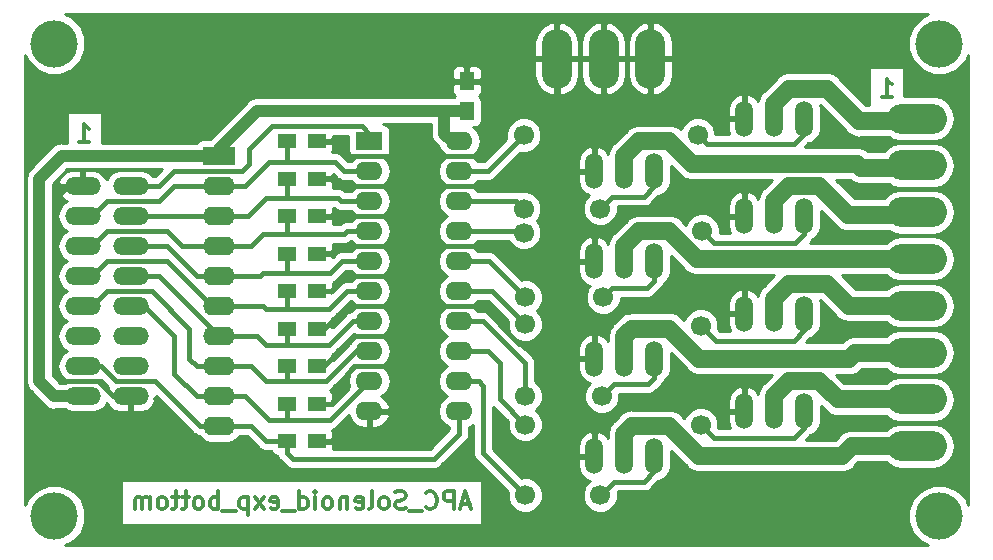
<source format=gbr>
G04 #@! TF.GenerationSoftware,KiCad,Pcbnew,5.0.2-bee76a0~70~ubuntu18.04.1*
G04 #@! TF.CreationDate,2020-04-05T13:34:11+02:00*
G04 #@! TF.ProjectId,APC_Solenoid_exp,4150435f-536f-46c6-956e-6f69645f6578,rev?*
G04 #@! TF.SameCoordinates,Original*
G04 #@! TF.FileFunction,Copper,L2,Bot*
G04 #@! TF.FilePolarity,Positive*
%FSLAX46Y46*%
G04 Gerber Fmt 4.6, Leading zero omitted, Abs format (unit mm)*
G04 Created by KiCad (PCBNEW 5.0.2-bee76a0~70~ubuntu18.04.1) date So 05 Apr 2020 13:34:11 CEST*
%MOMM*%
%LPD*%
G01*
G04 APERTURE LIST*
G04 #@! TA.AperFunction,NonConductor*
%ADD10C,0.300000*%
G04 #@! TD*
G04 #@! TA.AperFunction,ComponentPad*
%ADD11R,2.700000X1.600000*%
G04 #@! TD*
G04 #@! TA.AperFunction,ComponentPad*
%ADD12O,2.700000X1.600000*%
G04 #@! TD*
G04 #@! TA.AperFunction,ComponentPad*
%ADD13C,4.000000*%
G04 #@! TD*
G04 #@! TA.AperFunction,SMDPad,CuDef*
%ADD14R,1.500000X1.250000*%
G04 #@! TD*
G04 #@! TA.AperFunction,SMDPad,CuDef*
%ADD15R,1.250000X1.500000*%
G04 #@! TD*
G04 #@! TA.AperFunction,ComponentPad*
%ADD16O,3.014980X1.506220*%
G04 #@! TD*
G04 #@! TA.AperFunction,ComponentPad*
%ADD17O,5.080000X2.540000*%
G04 #@! TD*
G04 #@! TA.AperFunction,ComponentPad*
%ADD18O,2.540000X5.080000*%
G04 #@! TD*
G04 #@! TA.AperFunction,ComponentPad*
%ADD19O,1.506220X3.014980*%
G04 #@! TD*
G04 #@! TA.AperFunction,ComponentPad*
%ADD20R,2.286000X1.574800*%
G04 #@! TD*
G04 #@! TA.AperFunction,ComponentPad*
%ADD21O,2.286000X1.574800*%
G04 #@! TD*
G04 #@! TA.AperFunction,ViaPad*
%ADD22C,1.700000*%
G04 #@! TD*
G04 #@! TA.AperFunction,Conductor*
%ADD23C,0.406400*%
G04 #@! TD*
G04 #@! TA.AperFunction,Conductor*
%ADD24C,1.000000*%
G04 #@! TD*
G04 #@! TA.AperFunction,Conductor*
%ADD25C,1.500000*%
G04 #@! TD*
G04 #@! TA.AperFunction,Conductor*
%ADD26C,0.254000*%
G04 #@! TD*
G04 APERTURE END LIST*
D10*
X23701428Y-30523571D02*
X24558571Y-30523571D01*
X24130000Y-30523571D02*
X24130000Y-29023571D01*
X24272857Y-29237857D01*
X24415714Y-29380714D01*
X24558571Y-29452142D01*
X56759285Y-61210000D02*
X56045000Y-61210000D01*
X56902142Y-61638571D02*
X56402142Y-60138571D01*
X55902142Y-61638571D01*
X55402142Y-61638571D02*
X55402142Y-60138571D01*
X54830714Y-60138571D01*
X54687857Y-60210000D01*
X54616428Y-60281428D01*
X54545000Y-60424285D01*
X54545000Y-60638571D01*
X54616428Y-60781428D01*
X54687857Y-60852857D01*
X54830714Y-60924285D01*
X55402142Y-60924285D01*
X53045000Y-61495714D02*
X53116428Y-61567142D01*
X53330714Y-61638571D01*
X53473571Y-61638571D01*
X53687857Y-61567142D01*
X53830714Y-61424285D01*
X53902142Y-61281428D01*
X53973571Y-60995714D01*
X53973571Y-60781428D01*
X53902142Y-60495714D01*
X53830714Y-60352857D01*
X53687857Y-60210000D01*
X53473571Y-60138571D01*
X53330714Y-60138571D01*
X53116428Y-60210000D01*
X53045000Y-60281428D01*
X52759285Y-61781428D02*
X51616428Y-61781428D01*
X51330714Y-61567142D02*
X51116428Y-61638571D01*
X50759285Y-61638571D01*
X50616428Y-61567142D01*
X50545000Y-61495714D01*
X50473571Y-61352857D01*
X50473571Y-61210000D01*
X50545000Y-61067142D01*
X50616428Y-60995714D01*
X50759285Y-60924285D01*
X51045000Y-60852857D01*
X51187857Y-60781428D01*
X51259285Y-60710000D01*
X51330714Y-60567142D01*
X51330714Y-60424285D01*
X51259285Y-60281428D01*
X51187857Y-60210000D01*
X51045000Y-60138571D01*
X50687857Y-60138571D01*
X50473571Y-60210000D01*
X49616428Y-61638571D02*
X49759285Y-61567142D01*
X49830714Y-61495714D01*
X49902142Y-61352857D01*
X49902142Y-60924285D01*
X49830714Y-60781428D01*
X49759285Y-60710000D01*
X49616428Y-60638571D01*
X49402142Y-60638571D01*
X49259285Y-60710000D01*
X49187857Y-60781428D01*
X49116428Y-60924285D01*
X49116428Y-61352857D01*
X49187857Y-61495714D01*
X49259285Y-61567142D01*
X49402142Y-61638571D01*
X49616428Y-61638571D01*
X48259285Y-61638571D02*
X48402142Y-61567142D01*
X48473571Y-61424285D01*
X48473571Y-60138571D01*
X47116428Y-61567142D02*
X47259285Y-61638571D01*
X47545000Y-61638571D01*
X47687857Y-61567142D01*
X47759285Y-61424285D01*
X47759285Y-60852857D01*
X47687857Y-60710000D01*
X47545000Y-60638571D01*
X47259285Y-60638571D01*
X47116428Y-60710000D01*
X47045000Y-60852857D01*
X47045000Y-60995714D01*
X47759285Y-61138571D01*
X46402142Y-60638571D02*
X46402142Y-61638571D01*
X46402142Y-60781428D02*
X46330714Y-60710000D01*
X46187857Y-60638571D01*
X45973571Y-60638571D01*
X45830714Y-60710000D01*
X45759285Y-60852857D01*
X45759285Y-61638571D01*
X44830714Y-61638571D02*
X44973571Y-61567142D01*
X45045000Y-61495714D01*
X45116428Y-61352857D01*
X45116428Y-60924285D01*
X45045000Y-60781428D01*
X44973571Y-60710000D01*
X44830714Y-60638571D01*
X44616428Y-60638571D01*
X44473571Y-60710000D01*
X44402142Y-60781428D01*
X44330714Y-60924285D01*
X44330714Y-61352857D01*
X44402142Y-61495714D01*
X44473571Y-61567142D01*
X44616428Y-61638571D01*
X44830714Y-61638571D01*
X43687857Y-61638571D02*
X43687857Y-60638571D01*
X43687857Y-60138571D02*
X43759285Y-60210000D01*
X43687857Y-60281428D01*
X43616428Y-60210000D01*
X43687857Y-60138571D01*
X43687857Y-60281428D01*
X42330714Y-61638571D02*
X42330714Y-60138571D01*
X42330714Y-61567142D02*
X42473571Y-61638571D01*
X42759285Y-61638571D01*
X42902142Y-61567142D01*
X42973571Y-61495714D01*
X43045000Y-61352857D01*
X43045000Y-60924285D01*
X42973571Y-60781428D01*
X42902142Y-60710000D01*
X42759285Y-60638571D01*
X42473571Y-60638571D01*
X42330714Y-60710000D01*
X41973571Y-61781428D02*
X40830714Y-61781428D01*
X39902142Y-61567142D02*
X40045000Y-61638571D01*
X40330714Y-61638571D01*
X40473571Y-61567142D01*
X40545000Y-61424285D01*
X40545000Y-60852857D01*
X40473571Y-60710000D01*
X40330714Y-60638571D01*
X40045000Y-60638571D01*
X39902142Y-60710000D01*
X39830714Y-60852857D01*
X39830714Y-60995714D01*
X40545000Y-61138571D01*
X39330714Y-61638571D02*
X38545000Y-60638571D01*
X39330714Y-60638571D02*
X38545000Y-61638571D01*
X37973571Y-60638571D02*
X37973571Y-62138571D01*
X37973571Y-60710000D02*
X37830714Y-60638571D01*
X37545000Y-60638571D01*
X37402142Y-60710000D01*
X37330714Y-60781428D01*
X37259285Y-60924285D01*
X37259285Y-61352857D01*
X37330714Y-61495714D01*
X37402142Y-61567142D01*
X37545000Y-61638571D01*
X37830714Y-61638571D01*
X37973571Y-61567142D01*
X36973571Y-61781428D02*
X35830714Y-61781428D01*
X35473571Y-61638571D02*
X35473571Y-60138571D01*
X35473571Y-60710000D02*
X35330714Y-60638571D01*
X35045000Y-60638571D01*
X34902142Y-60710000D01*
X34830714Y-60781428D01*
X34759285Y-60924285D01*
X34759285Y-61352857D01*
X34830714Y-61495714D01*
X34902142Y-61567142D01*
X35045000Y-61638571D01*
X35330714Y-61638571D01*
X35473571Y-61567142D01*
X33902142Y-61638571D02*
X34045000Y-61567142D01*
X34116428Y-61495714D01*
X34187857Y-61352857D01*
X34187857Y-60924285D01*
X34116428Y-60781428D01*
X34045000Y-60710000D01*
X33902142Y-60638571D01*
X33687857Y-60638571D01*
X33545000Y-60710000D01*
X33473571Y-60781428D01*
X33402142Y-60924285D01*
X33402142Y-61352857D01*
X33473571Y-61495714D01*
X33545000Y-61567142D01*
X33687857Y-61638571D01*
X33902142Y-61638571D01*
X32973571Y-60638571D02*
X32402142Y-60638571D01*
X32759285Y-60138571D02*
X32759285Y-61424285D01*
X32687857Y-61567142D01*
X32545000Y-61638571D01*
X32402142Y-61638571D01*
X32116428Y-60638571D02*
X31545000Y-60638571D01*
X31902142Y-60138571D02*
X31902142Y-61424285D01*
X31830714Y-61567142D01*
X31687857Y-61638571D01*
X31545000Y-61638571D01*
X30830714Y-61638571D02*
X30973571Y-61567142D01*
X31045000Y-61495714D01*
X31116428Y-61352857D01*
X31116428Y-60924285D01*
X31045000Y-60781428D01*
X30973571Y-60710000D01*
X30830714Y-60638571D01*
X30616428Y-60638571D01*
X30473571Y-60710000D01*
X30402142Y-60781428D01*
X30330714Y-60924285D01*
X30330714Y-61352857D01*
X30402142Y-61495714D01*
X30473571Y-61567142D01*
X30616428Y-61638571D01*
X30830714Y-61638571D01*
X29687857Y-61638571D02*
X29687857Y-60638571D01*
X29687857Y-60781428D02*
X29616428Y-60710000D01*
X29473571Y-60638571D01*
X29259285Y-60638571D01*
X29116428Y-60710000D01*
X29045000Y-60852857D01*
X29045000Y-61638571D01*
X29045000Y-60852857D02*
X28973571Y-60710000D01*
X28830714Y-60638571D01*
X28616428Y-60638571D01*
X28473571Y-60710000D01*
X28402142Y-60852857D01*
X28402142Y-61638571D01*
X91646428Y-26713571D02*
X92503571Y-26713571D01*
X92075000Y-26713571D02*
X92075000Y-25213571D01*
X92217857Y-25427857D01*
X92360714Y-25570714D01*
X92503571Y-25642142D01*
D11*
G04 #@! TO.P,RN1,1*
G04 #@! TO.N,+5V*
X35560000Y-31750000D03*
D12*
G04 #@! TO.P,RN1,2*
G04 #@! TO.N,/D0*
X35560000Y-34290000D03*
G04 #@! TO.P,RN1,3*
G04 #@! TO.N,/D1*
X35560000Y-36830000D03*
G04 #@! TO.P,RN1,4*
G04 #@! TO.N,/D2*
X35560000Y-39370000D03*
G04 #@! TO.P,RN1,5*
G04 #@! TO.N,/D3*
X35560000Y-41910000D03*
G04 #@! TO.P,RN1,6*
G04 #@! TO.N,/D4*
X35560000Y-44450000D03*
G04 #@! TO.P,RN1,7*
G04 #@! TO.N,/D5*
X35560000Y-46990000D03*
G04 #@! TO.P,RN1,8*
G04 #@! TO.N,/D6*
X35560000Y-49530000D03*
G04 #@! TO.P,RN1,9*
G04 #@! TO.N,/D7*
X35560000Y-52070000D03*
G04 #@! TO.P,RN1,10*
G04 #@! TO.N,Net-(C9-Pad1)*
X35560000Y-54610000D03*
G04 #@! TD*
D13*
G04 #@! TO.P,REF\002A\002A,1*
G04 #@! TO.N,N/C*
X96520000Y-22225000D03*
G04 #@! TD*
G04 #@! TO.P,REF\002A\002A,1*
G04 #@! TO.N,N/C*
X21590000Y-22225000D03*
G04 #@! TD*
G04 #@! TO.P,REF\002A\002A,1*
G04 #@! TO.N,N/C*
X96520000Y-62230000D03*
G04 #@! TD*
G04 #@! TO.P,REF\002A\002A,1*
G04 #@! TO.N,N/C*
X21590000Y-62230000D03*
G04 #@! TD*
D14*
G04 #@! TO.P,C1,2*
G04 #@! TO.N,GND*
X43795000Y-30480000D03*
G04 #@! TO.P,C1,1*
G04 #@! TO.N,/D0*
X41295000Y-30480000D03*
G04 #@! TD*
G04 #@! TO.P,C2,1*
G04 #@! TO.N,/D1*
X41295000Y-33655000D03*
G04 #@! TO.P,C2,2*
G04 #@! TO.N,GND*
X43795000Y-33655000D03*
G04 #@! TD*
G04 #@! TO.P,C3,2*
G04 #@! TO.N,GND*
X43795000Y-36830000D03*
G04 #@! TO.P,C3,1*
G04 #@! TO.N,/D2*
X41295000Y-36830000D03*
G04 #@! TD*
G04 #@! TO.P,C4,1*
G04 #@! TO.N,/D3*
X41295000Y-40005000D03*
G04 #@! TO.P,C4,2*
G04 #@! TO.N,GND*
X43795000Y-40005000D03*
G04 #@! TD*
G04 #@! TO.P,C5,2*
G04 #@! TO.N,GND*
X43795000Y-43180000D03*
G04 #@! TO.P,C5,1*
G04 #@! TO.N,/D4*
X41295000Y-43180000D03*
G04 #@! TD*
G04 #@! TO.P,C6,1*
G04 #@! TO.N,/D5*
X41295000Y-46355000D03*
G04 #@! TO.P,C6,2*
G04 #@! TO.N,GND*
X43795000Y-46355000D03*
G04 #@! TD*
G04 #@! TO.P,C7,2*
G04 #@! TO.N,GND*
X43795000Y-49530000D03*
G04 #@! TO.P,C7,1*
G04 #@! TO.N,/D6*
X41295000Y-49530000D03*
G04 #@! TD*
G04 #@! TO.P,C8,1*
G04 #@! TO.N,/D7*
X41295000Y-52705000D03*
G04 #@! TO.P,C8,2*
G04 #@! TO.N,GND*
X43795000Y-52705000D03*
G04 #@! TD*
G04 #@! TO.P,C9,2*
G04 #@! TO.N,GND*
X43795000Y-55880000D03*
G04 #@! TO.P,C9,1*
G04 #@! TO.N,Net-(C9-Pad1)*
X41295000Y-55880000D03*
G04 #@! TD*
D15*
G04 #@! TO.P,C10,1*
G04 #@! TO.N,+5V*
X56515000Y-27920000D03*
G04 #@! TO.P,C10,2*
G04 #@! TO.N,GND*
X56515000Y-25420000D03*
G04 #@! TD*
D16*
G04 #@! TO.P,P1,15*
G04 #@! TO.N,+5V*
X24015000Y-52070000D03*
G04 #@! TO.P,P1,16*
G04 #@! TO.N,GND*
X28055000Y-52070000D03*
G04 #@! TO.P,P1,14*
G04 #@! TO.N,Net-(P1-Pad14)*
X28055000Y-49530000D03*
G04 #@! TO.P,P1,13*
G04 #@! TO.N,Net-(C9-Pad1)*
X24015000Y-49530000D03*
G04 #@! TO.P,P1,1*
G04 #@! TO.N,GND*
X24015000Y-34290000D03*
G04 #@! TO.P,P1,2*
G04 #@! TO.N,Net-(P1-Pad2)*
X28055000Y-34290000D03*
G04 #@! TO.P,P1,3*
G04 #@! TO.N,/D0*
X24015000Y-36830000D03*
G04 #@! TO.P,P1,4*
G04 #@! TO.N,/D1*
X28055000Y-36830000D03*
G04 #@! TO.P,P1,5*
G04 #@! TO.N,/D2*
X24015000Y-39370000D03*
G04 #@! TO.P,P1,6*
G04 #@! TO.N,/D3*
X28055000Y-39370000D03*
G04 #@! TO.P,P1,7*
G04 #@! TO.N,/D4*
X24015000Y-41910000D03*
G04 #@! TO.P,P1,8*
G04 #@! TO.N,/D5*
X28055000Y-41910000D03*
G04 #@! TO.P,P1,9*
G04 #@! TO.N,/D6*
X24015000Y-44450000D03*
G04 #@! TO.P,P1,10*
G04 #@! TO.N,/D7*
X28055000Y-44450000D03*
G04 #@! TO.P,P1,11*
G04 #@! TO.N,Net-(P1-Pad11)*
X24015000Y-46990000D03*
G04 #@! TO.P,P1,12*
G04 #@! TO.N,Net-(P1-Pad12)*
X28055000Y-46990000D03*
G04 #@! TO.P,P1,13*
G04 #@! TO.N,Net-(C9-Pad1)*
X24015000Y-49530000D03*
G04 #@! TO.P,P1,14*
G04 #@! TO.N,Net-(P1-Pad14)*
X28055000Y-49530000D03*
G04 #@! TD*
D17*
G04 #@! TO.P,P2,3*
G04 #@! TO.N,Net-(P2-Pad3)*
X94615000Y-36499800D03*
G04 #@! TO.P,P2,2*
G04 #@! TO.N,Net-(P2-Pad2)*
X94615000Y-32537400D03*
G04 #@! TO.P,P2,1*
G04 #@! TO.N,Net-(P2-Pad1)*
X94615000Y-28575000D03*
G04 #@! TO.P,P2,4*
G04 #@! TO.N,Net-(P2-Pad4)*
X94615000Y-40462200D03*
G04 #@! TO.P,P2,5*
G04 #@! TO.N,Net-(P2-Pad5)*
X94615000Y-44424600D03*
G04 #@! TO.P,P2,6*
G04 #@! TO.N,Net-(P2-Pad6)*
X94615000Y-48387000D03*
G04 #@! TO.P,P2,7*
G04 #@! TO.N,Net-(P2-Pad7)*
X94615000Y-52349400D03*
G04 #@! TO.P,P2,8*
G04 #@! TO.N,Net-(P2-Pad8)*
X94615000Y-56311800D03*
G04 #@! TD*
D18*
G04 #@! TO.P,P3,3*
G04 #@! TO.N,GND*
X72059800Y-23495000D03*
G04 #@! TO.P,P3,2*
X68097400Y-23495000D03*
G04 #@! TO.P,P3,1*
X64135000Y-23495000D03*
G04 #@! TD*
D19*
G04 #@! TO.P,Q1,S*
G04 #@! TO.N,GND*
X80010000Y-28575000D03*
G04 #@! TO.P,Q1,D*
G04 #@! TO.N,Net-(P2-Pad1)*
X82550000Y-28575000D03*
G04 #@! TO.P,Q1,G*
G04 #@! TO.N,Net-(Q1-PadG)*
X85090000Y-28575000D03*
G04 #@! TD*
G04 #@! TO.P,Q2,S*
G04 #@! TO.N,GND*
X80010000Y-36830000D03*
G04 #@! TO.P,Q2,D*
G04 #@! TO.N,Net-(P2-Pad3)*
X82550000Y-36830000D03*
G04 #@! TO.P,Q2,G*
G04 #@! TO.N,Net-(Q2-PadG)*
X85090000Y-36830000D03*
G04 #@! TD*
G04 #@! TO.P,Q3,S*
G04 #@! TO.N,GND*
X80010000Y-45085000D03*
G04 #@! TO.P,Q3,D*
G04 #@! TO.N,Net-(P2-Pad5)*
X82550000Y-45085000D03*
G04 #@! TO.P,Q3,G*
G04 #@! TO.N,Net-(Q3-PadG)*
X85090000Y-45085000D03*
G04 #@! TD*
G04 #@! TO.P,Q4,S*
G04 #@! TO.N,GND*
X80010000Y-53340000D03*
G04 #@! TO.P,Q4,D*
G04 #@! TO.N,Net-(P2-Pad7)*
X82550000Y-53340000D03*
G04 #@! TO.P,Q4,G*
G04 #@! TO.N,Net-(Q4-PadG)*
X85090000Y-53340000D03*
G04 #@! TD*
G04 #@! TO.P,Q5,G*
G04 #@! TO.N,Net-(Q5-PadG)*
X72390000Y-33020000D03*
G04 #@! TO.P,Q5,D*
G04 #@! TO.N,Net-(P2-Pad2)*
X69850000Y-33020000D03*
G04 #@! TO.P,Q5,S*
G04 #@! TO.N,GND*
X67310000Y-33020000D03*
G04 #@! TD*
G04 #@! TO.P,Q6,G*
G04 #@! TO.N,Net-(Q6-PadG)*
X72390000Y-40640000D03*
G04 #@! TO.P,Q6,D*
G04 #@! TO.N,Net-(P2-Pad4)*
X69850000Y-40640000D03*
G04 #@! TO.P,Q6,S*
G04 #@! TO.N,GND*
X67310000Y-40640000D03*
G04 #@! TD*
G04 #@! TO.P,Q7,G*
G04 #@! TO.N,Net-(Q7-PadG)*
X72390000Y-48895000D03*
G04 #@! TO.P,Q7,D*
G04 #@! TO.N,Net-(P2-Pad6)*
X69850000Y-48895000D03*
G04 #@! TO.P,Q7,S*
G04 #@! TO.N,GND*
X67310000Y-48895000D03*
G04 #@! TD*
G04 #@! TO.P,Q8,G*
G04 #@! TO.N,Net-(Q8-PadG)*
X72390000Y-57150000D03*
G04 #@! TO.P,Q8,D*
G04 #@! TO.N,Net-(P2-Pad8)*
X69850000Y-57150000D03*
G04 #@! TO.P,Q8,S*
G04 #@! TO.N,GND*
X67310000Y-57150000D03*
G04 #@! TD*
D20*
G04 #@! TO.P,U1,1*
G04 #@! TO.N,Net-(P1-Pad2)*
X48260000Y-30480000D03*
D21*
G04 #@! TO.P,U1,2*
G04 #@! TO.N,/D0*
X48260000Y-33020000D03*
G04 #@! TO.P,U1,3*
G04 #@! TO.N,/D1*
X48260000Y-35560000D03*
G04 #@! TO.P,U1,4*
G04 #@! TO.N,/D2*
X48260000Y-38100000D03*
G04 #@! TO.P,U1,5*
G04 #@! TO.N,/D3*
X48260000Y-40640000D03*
G04 #@! TO.P,U1,6*
G04 #@! TO.N,/D4*
X48260000Y-43180000D03*
G04 #@! TO.P,U1,7*
G04 #@! TO.N,/D5*
X48260000Y-45720000D03*
G04 #@! TO.P,U1,8*
G04 #@! TO.N,/D6*
X48260000Y-48260000D03*
G04 #@! TO.P,U1,9*
G04 #@! TO.N,/D7*
X48260000Y-50800000D03*
G04 #@! TO.P,U1,10*
G04 #@! TO.N,GND*
X48260000Y-53340000D03*
G04 #@! TO.P,U1,11*
G04 #@! TO.N,Net-(C9-Pad1)*
X55880000Y-53340000D03*
G04 #@! TO.P,U1,12*
G04 #@! TO.N,Net-(Q8-PadG)*
X55880000Y-50800000D03*
G04 #@! TO.P,U1,13*
G04 #@! TO.N,Net-(Q4-PadG)*
X55880000Y-48260000D03*
G04 #@! TO.P,U1,14*
G04 #@! TO.N,Net-(Q7-PadG)*
X55880000Y-45720000D03*
G04 #@! TO.P,U1,15*
G04 #@! TO.N,Net-(Q3-PadG)*
X55880000Y-43180000D03*
G04 #@! TO.P,U1,16*
G04 #@! TO.N,Net-(Q6-PadG)*
X55880000Y-40640000D03*
G04 #@! TO.P,U1,17*
G04 #@! TO.N,Net-(Q2-PadG)*
X55880000Y-38100000D03*
G04 #@! TO.P,U1,18*
G04 #@! TO.N,Net-(Q5-PadG)*
X55880000Y-35560000D03*
G04 #@! TO.P,U1,19*
G04 #@! TO.N,Net-(Q1-PadG)*
X55880000Y-33020000D03*
G04 #@! TO.P,U1,20*
G04 #@! TO.N,+5V*
X55880000Y-30480000D03*
G04 #@! TD*
D22*
G04 #@! TO.N,Net-(Q1-PadG)*
X76073000Y-29972000D03*
X61341000Y-29972000D03*
G04 #@! TO.N,Net-(Q2-PadG)*
X61341000Y-38227000D03*
X76454000Y-38100000D03*
G04 #@! TO.N,Net-(Q3-PadG)*
X61468000Y-45974000D03*
X76327000Y-46101000D03*
G04 #@! TO.N,Net-(Q4-PadG)*
X61468000Y-54483000D03*
X76327000Y-54483000D03*
G04 #@! TO.N,Net-(Q5-PadG)*
X61341000Y-36195000D03*
X67818000Y-36195000D03*
G04 #@! TO.N,Net-(Q6-PadG)*
X61468000Y-43688000D03*
X68072000Y-43688000D03*
G04 #@! TO.N,Net-(Q7-PadG)*
X61468000Y-52070000D03*
X67945000Y-52070000D03*
G04 #@! TO.N,Net-(Q8-PadG)*
X61468000Y-60452000D03*
X67818000Y-60452000D03*
G04 #@! TD*
D23*
G04 #@! TO.N,GND*
X27305000Y-52070000D02*
X26543000Y-52070000D01*
X22733000Y-34290000D02*
X24765000Y-34290000D01*
X21717000Y-35306000D02*
X22733000Y-34290000D01*
X21717000Y-50038000D02*
X21717000Y-35306000D01*
X22479000Y-50800000D02*
X21717000Y-50038000D01*
X25273000Y-50800000D02*
X22479000Y-50800000D01*
X26543000Y-52070000D02*
X25273000Y-50800000D01*
X64262000Y-24511000D02*
X64262000Y-27940000D01*
X64262000Y-27940000D02*
X64262000Y-34290000D01*
X64262000Y-34290000D02*
X64262000Y-40005000D01*
X64262000Y-40005000D02*
X64262000Y-46863000D01*
X64262000Y-46863000D02*
X63500000Y-47625000D01*
X63500000Y-47625000D02*
X60960000Y-47625000D01*
X60960000Y-47625000D02*
X57785000Y-44450000D01*
X57785000Y-44450000D02*
X52705000Y-44450000D01*
X52705000Y-44450000D02*
X46355000Y-44450000D01*
X46355000Y-44450000D02*
X44450000Y-46355000D01*
X44450000Y-46355000D02*
X43795000Y-46355000D01*
X52705000Y-44450000D02*
X52705000Y-41910000D01*
X52705000Y-41910000D02*
X52705000Y-39370000D01*
X52705000Y-39370000D02*
X52705000Y-36830000D01*
X52705000Y-36830000D02*
X52705000Y-34290000D01*
X52705000Y-34290000D02*
X52705000Y-31750000D01*
X52705000Y-31750000D02*
X57785000Y-31750000D01*
X57785000Y-31750000D02*
X59690000Y-29845000D01*
X59690000Y-29845000D02*
X59690000Y-29210000D01*
X59690000Y-29210000D02*
X60960000Y-27940000D01*
X60960000Y-27940000D02*
X64262000Y-27940000D01*
X52705000Y-39370000D02*
X59690000Y-39370000D01*
X59690000Y-39370000D02*
X60325000Y-40005000D01*
X60325000Y-40005000D02*
X64262000Y-40005000D01*
X43795000Y-40005000D02*
X45085000Y-40005000D01*
X45085000Y-40005000D02*
X45720000Y-39370000D01*
X45720000Y-39370000D02*
X52705000Y-39370000D01*
X43795000Y-43180000D02*
X45085000Y-43180000D01*
X45085000Y-43180000D02*
X46355000Y-41910000D01*
X46355000Y-41910000D02*
X52705000Y-41910000D01*
X43795000Y-36830000D02*
X52705000Y-36830000D01*
X43795000Y-33655000D02*
X45085000Y-33655000D01*
X45085000Y-33655000D02*
X45720000Y-34290000D01*
X45720000Y-34290000D02*
X52705000Y-34290000D01*
X52705000Y-34290000D02*
X64262000Y-34290000D01*
X64262000Y-34290000D02*
X64135000Y-34290000D01*
X64135000Y-34290000D02*
X64262000Y-34290000D01*
X43795000Y-30480000D02*
X45085000Y-30480000D01*
X45085000Y-30480000D02*
X46355000Y-31750000D01*
X46355000Y-31750000D02*
X52705000Y-31750000D01*
X43795000Y-49530000D02*
X44450000Y-49530000D01*
X44450000Y-49530000D02*
X46990000Y-46990000D01*
X46990000Y-46990000D02*
X52705000Y-46990000D01*
X52705000Y-46990000D02*
X52705000Y-44450000D01*
X43795000Y-52705000D02*
X45085000Y-52705000D01*
X45085000Y-52705000D02*
X46355000Y-51435000D01*
X46355000Y-51435000D02*
X46355000Y-50165000D01*
X46355000Y-50165000D02*
X46990000Y-49530000D01*
X46990000Y-49530000D02*
X52705000Y-49530000D01*
X52705000Y-49530000D02*
X52705000Y-46990000D01*
G04 #@! TO.N,/D0*
X30480000Y-35560000D02*
X31750000Y-34290000D01*
X35560000Y-34290000D02*
X31750000Y-34290000D01*
X26035000Y-35560000D02*
X24765000Y-36830000D01*
X26035000Y-35560000D02*
X30480000Y-35560000D01*
X35560000Y-34290000D02*
X37719000Y-34290000D01*
X39751000Y-32258000D02*
X37719000Y-34290000D01*
X45339000Y-32258000D02*
X41275000Y-32258000D01*
X41275000Y-32258000D02*
X39751000Y-32258000D01*
X46101000Y-33020000D02*
X45339000Y-32258000D01*
X46101000Y-33020000D02*
X48260000Y-33020000D01*
X41295000Y-30480000D02*
X41295000Y-32258000D01*
X41295000Y-32258000D02*
X41275000Y-32258000D01*
G04 #@! TO.N,/D1*
X27305000Y-36830000D02*
X35560000Y-36830000D01*
X35560000Y-36830000D02*
X37973000Y-36830000D01*
X45847000Y-35560000D02*
X48260000Y-35560000D01*
X45593000Y-35306000D02*
X45847000Y-35560000D01*
X39497000Y-35306000D02*
X41275000Y-35306000D01*
X41275000Y-35306000D02*
X45593000Y-35306000D01*
X37973000Y-36830000D02*
X39497000Y-35306000D01*
X41295000Y-33655000D02*
X41295000Y-35306000D01*
X41295000Y-35306000D02*
X41275000Y-35306000D01*
G04 #@! TO.N,/D2*
X24765000Y-39370000D02*
X26035000Y-38100000D01*
X32385000Y-39370000D02*
X36830000Y-39370000D01*
X31115000Y-38100000D02*
X32385000Y-39370000D01*
X26035000Y-38100000D02*
X31115000Y-38100000D01*
X35560000Y-39370000D02*
X38227000Y-39370000D01*
X46355000Y-38100000D02*
X48260000Y-38100000D01*
X46101000Y-38354000D02*
X46355000Y-38100000D01*
X39243000Y-38354000D02*
X41275000Y-38354000D01*
X41275000Y-38354000D02*
X46101000Y-38354000D01*
X38227000Y-39370000D02*
X39243000Y-38354000D01*
X41295000Y-36830000D02*
X41295000Y-38354000D01*
X41295000Y-38354000D02*
X41275000Y-38354000D01*
G04 #@! TO.N,/D3*
X27305000Y-39370000D02*
X31115000Y-39370000D01*
X33655000Y-41910000D02*
X36830000Y-41910000D01*
X31115000Y-39370000D02*
X33655000Y-41910000D01*
X35560000Y-41910000D02*
X38989000Y-41910000D01*
X45974000Y-40640000D02*
X48260000Y-40640000D01*
X44958000Y-41656000D02*
X45974000Y-40640000D01*
X39243000Y-41656000D02*
X41275000Y-41656000D01*
X41275000Y-41656000D02*
X44958000Y-41656000D01*
X38989000Y-41910000D02*
X39243000Y-41656000D01*
X41295000Y-40005000D02*
X41295000Y-41656000D01*
X41295000Y-41656000D02*
X41275000Y-41656000D01*
G04 #@! TO.N,/D4*
X24765000Y-41910000D02*
X26035000Y-40640000D01*
X34925000Y-44450000D02*
X35560000Y-44450000D01*
X31115000Y-40640000D02*
X34925000Y-44450000D01*
X26035000Y-40640000D02*
X31115000Y-40640000D01*
X35560000Y-44450000D02*
X39243000Y-44450000D01*
X46355000Y-43180000D02*
X48260000Y-43180000D01*
X44831000Y-44704000D02*
X46355000Y-43180000D01*
X39497000Y-44704000D02*
X41275000Y-44704000D01*
X41275000Y-44704000D02*
X44831000Y-44704000D01*
X39243000Y-44450000D02*
X39497000Y-44704000D01*
X41295000Y-43180000D02*
X41295000Y-44704000D01*
X41295000Y-44704000D02*
X41275000Y-44704000D01*
G04 #@! TO.N,/D5*
X27305000Y-41910000D02*
X30480000Y-41910000D01*
X30480000Y-41910000D02*
X35560000Y-46990000D01*
X35560000Y-46990000D02*
X38735000Y-46990000D01*
X46863000Y-45720000D02*
X48260000Y-45720000D01*
X44831000Y-47752000D02*
X46863000Y-45720000D01*
X39497000Y-47752000D02*
X41275000Y-47752000D01*
X41275000Y-47752000D02*
X44831000Y-47752000D01*
X38735000Y-46990000D02*
X39497000Y-47752000D01*
X41295000Y-46355000D02*
X41295000Y-47752000D01*
X41295000Y-47752000D02*
X41275000Y-47752000D01*
G04 #@! TO.N,/D6*
X33020000Y-48895000D02*
X33655000Y-49530000D01*
X35560000Y-49530000D02*
X33655000Y-49530000D01*
X26035000Y-43180000D02*
X24765000Y-44450000D01*
X26035000Y-43180000D02*
X29210000Y-43180000D01*
X29210000Y-43180000D02*
X29845000Y-43180000D01*
X29845000Y-43180000D02*
X33020000Y-46355000D01*
X33020000Y-46355000D02*
X33020000Y-48895000D01*
X35560000Y-49530000D02*
X38227000Y-49530000D01*
X47117000Y-48260000D02*
X48260000Y-48260000D01*
X44577000Y-50800000D02*
X47117000Y-48260000D01*
X39497000Y-50800000D02*
X41275000Y-50800000D01*
X41275000Y-50800000D02*
X44577000Y-50800000D01*
X38227000Y-49530000D02*
X39497000Y-50800000D01*
X41295000Y-49530000D02*
X41295000Y-50800000D01*
X41295000Y-50800000D02*
X41275000Y-50800000D01*
G04 #@! TO.N,/D7*
X31750000Y-50165000D02*
X33655000Y-52070000D01*
X35560000Y-52070000D02*
X33655000Y-52070000D01*
X29210000Y-44450000D02*
X27305000Y-44450000D01*
X29210000Y-44450000D02*
X31750000Y-46990000D01*
X31750000Y-46990000D02*
X31750000Y-50165000D01*
X35560000Y-52070000D02*
X37719000Y-52070000D01*
X44958000Y-54102000D02*
X48260000Y-50800000D01*
X39751000Y-54102000D02*
X41275000Y-54102000D01*
X41275000Y-54102000D02*
X44958000Y-54102000D01*
X37719000Y-52070000D02*
X39751000Y-54102000D01*
X41295000Y-52705000D02*
X41295000Y-54102000D01*
X41295000Y-54102000D02*
X41275000Y-54102000D01*
G04 #@! TO.N,Net-(C9-Pad1)*
X24765000Y-49530000D02*
X25019000Y-49530000D01*
X39497000Y-55880000D02*
X41295000Y-55880000D01*
X38227000Y-54610000D02*
X39497000Y-55880000D01*
X33909000Y-54610000D02*
X38227000Y-54610000D01*
X30099000Y-50800000D02*
X33909000Y-54610000D01*
X26797000Y-50800000D02*
X30099000Y-50800000D01*
X25527000Y-49530000D02*
X26797000Y-50800000D01*
X41295000Y-55880000D02*
X41295000Y-56916000D01*
X55880000Y-55245000D02*
X55880000Y-53340000D01*
X53721000Y-57404000D02*
X55880000Y-55245000D01*
X41783000Y-57404000D02*
X53721000Y-57404000D01*
X41295000Y-56916000D02*
X41783000Y-57404000D01*
X25527000Y-49530000D02*
X24765000Y-49530000D01*
D24*
G04 #@! TO.N,+5V*
X24765000Y-52070000D02*
X21590000Y-52070000D01*
X22225000Y-31750000D02*
X35560000Y-31750000D01*
X20320000Y-33655000D02*
X22225000Y-31750000D01*
X20320000Y-50800000D02*
X20320000Y-33655000D01*
X21590000Y-52070000D02*
X20320000Y-50800000D01*
X35560000Y-31750000D02*
X35560000Y-31115000D01*
X38755000Y-27920000D02*
X54610000Y-27920000D01*
X54610000Y-27920000D02*
X56515000Y-27920000D01*
X35560000Y-31115000D02*
X38755000Y-27920000D01*
X55880000Y-30480000D02*
X55245000Y-30480000D01*
X54610000Y-29845000D02*
X54610000Y-27920000D01*
X55245000Y-30480000D02*
X54610000Y-29845000D01*
D23*
G04 #@! TO.N,Net-(P1-Pad2)*
X48260000Y-30480000D02*
X48260000Y-29845000D01*
X30480000Y-34290000D02*
X31750000Y-33020000D01*
X30480000Y-34290000D02*
X27305000Y-34290000D01*
X31750000Y-33020000D02*
X37465000Y-33020000D01*
X37465000Y-33020000D02*
X38100000Y-32385000D01*
X38100000Y-32385000D02*
X38100000Y-31115000D01*
X38100000Y-31115000D02*
X40005000Y-29210000D01*
X40005000Y-29210000D02*
X47625000Y-29210000D01*
X47625000Y-29210000D02*
X48260000Y-29845000D01*
D25*
G04 #@! TO.N,Net-(P2-Pad3)*
X82550000Y-36830000D02*
X82550000Y-35560000D01*
X88773000Y-36703000D02*
X93980000Y-36703000D01*
X86360000Y-34290000D02*
X88773000Y-36703000D01*
X83820000Y-34290000D02*
X86360000Y-34290000D01*
X82550000Y-35560000D02*
X83820000Y-34290000D01*
G04 #@! TO.N,Net-(P2-Pad2)*
X69850000Y-33020000D02*
X69850000Y-31750000D01*
X89890600Y-32740600D02*
X93980000Y-32740600D01*
X89535000Y-32385000D02*
X89890600Y-32740600D01*
X75565000Y-32385000D02*
X89535000Y-32385000D01*
X73660000Y-30480000D02*
X75565000Y-32385000D01*
X71120000Y-30480000D02*
X73660000Y-30480000D01*
X69850000Y-31750000D02*
X71120000Y-30480000D01*
G04 #@! TO.N,Net-(P2-Pad1)*
X82550000Y-28575000D02*
X82550000Y-27305000D01*
X89738200Y-28778200D02*
X93980000Y-28778200D01*
X86995000Y-26035000D02*
X89738200Y-28778200D01*
X83820000Y-26035000D02*
X86995000Y-26035000D01*
X82550000Y-27305000D02*
X83820000Y-26035000D01*
G04 #@! TO.N,Net-(P2-Pad4)*
X69850000Y-40640000D02*
X69850000Y-39370000D01*
X76022200Y-40462200D02*
X94615000Y-40462200D01*
X73660000Y-38100000D02*
X76022200Y-40462200D01*
X71120000Y-38100000D02*
X73660000Y-38100000D01*
X69850000Y-39370000D02*
X71120000Y-38100000D01*
G04 #@! TO.N,Net-(P2-Pad5)*
X82550000Y-45085000D02*
X82550000Y-43815000D01*
X88874600Y-44424600D02*
X94615000Y-44424600D01*
X86995000Y-42545000D02*
X88874600Y-44424600D01*
X83820000Y-42545000D02*
X86995000Y-42545000D01*
X82550000Y-43815000D02*
X83820000Y-42545000D01*
G04 #@! TO.N,Net-(P2-Pad6)*
X69850000Y-48895000D02*
X69850000Y-46990000D01*
X89408000Y-48387000D02*
X94615000Y-48387000D01*
X88900000Y-48895000D02*
X89408000Y-48387000D01*
X76200000Y-48895000D02*
X88900000Y-48895000D01*
X73660000Y-46355000D02*
X76200000Y-48895000D01*
X70485000Y-46355000D02*
X73660000Y-46355000D01*
X69850000Y-46990000D02*
X70485000Y-46355000D01*
G04 #@! TO.N,Net-(P2-Pad7)*
X82550000Y-53340000D02*
X82550000Y-52070000D01*
X87909400Y-52349400D02*
X94615000Y-52349400D01*
X86360000Y-50800000D02*
X87909400Y-52349400D01*
X83820000Y-50800000D02*
X86360000Y-50800000D01*
X82550000Y-52070000D02*
X83820000Y-50800000D01*
G04 #@! TO.N,Net-(P2-Pad8)*
X69850000Y-57150000D02*
X69850000Y-55245000D01*
X89103200Y-56311800D02*
X94615000Y-56311800D01*
X88265000Y-57150000D02*
X89103200Y-56311800D01*
X76200000Y-57150000D02*
X88265000Y-57150000D01*
X73660000Y-54610000D02*
X76200000Y-57150000D01*
X70485000Y-54610000D02*
X73660000Y-54610000D01*
X69850000Y-55245000D02*
X70485000Y-54610000D01*
D23*
G04 #@! TO.N,Net-(Q1-PadG)*
X61341000Y-29972000D02*
X58293000Y-33020000D01*
X55880000Y-33020000D02*
X58293000Y-33020000D01*
X85090000Y-29845000D02*
X85090000Y-28575000D01*
X85090000Y-29845000D02*
X84201000Y-30734000D01*
X84201000Y-30734000D02*
X76835000Y-30734000D01*
X76835000Y-30734000D02*
X76073000Y-29972000D01*
G04 #@! TO.N,Net-(Q2-PadG)*
X85090000Y-36830000D02*
X85090000Y-38354000D01*
X61214000Y-38100000D02*
X55880000Y-38100000D01*
X61341000Y-38227000D02*
X61214000Y-38100000D01*
X77470000Y-39116000D02*
X76454000Y-38100000D01*
X84328000Y-39116000D02*
X77470000Y-39116000D01*
X85090000Y-38354000D02*
X84328000Y-39116000D01*
G04 #@! TO.N,Net-(Q3-PadG)*
X85090000Y-45085000D02*
X85090000Y-46482000D01*
X58674000Y-43180000D02*
X55880000Y-43180000D01*
X61468000Y-45974000D02*
X58674000Y-43180000D01*
X77597000Y-47371000D02*
X76327000Y-46101000D01*
X84201000Y-47371000D02*
X77597000Y-47371000D01*
X85090000Y-46482000D02*
X84201000Y-47371000D01*
G04 #@! TO.N,Net-(Q4-PadG)*
X85090000Y-53340000D02*
X85090000Y-54737000D01*
X58293000Y-48260000D02*
X55880000Y-48260000D01*
X59309000Y-49276000D02*
X58293000Y-48260000D01*
X59309000Y-52324000D02*
X59309000Y-49276000D01*
X61468000Y-54483000D02*
X59309000Y-52324000D01*
X77470000Y-55626000D02*
X76327000Y-54483000D01*
X84201000Y-55626000D02*
X77470000Y-55626000D01*
X85090000Y-54737000D02*
X84201000Y-55626000D01*
G04 #@! TO.N,Net-(Q5-PadG)*
X72390000Y-33020000D02*
X72390000Y-34290000D01*
X60706000Y-35560000D02*
X55880000Y-35560000D01*
X61341000Y-36195000D02*
X60706000Y-35560000D01*
X68834000Y-35179000D02*
X67818000Y-36195000D01*
X71501000Y-35179000D02*
X68834000Y-35179000D01*
X72390000Y-34290000D02*
X71501000Y-35179000D01*
G04 #@! TO.N,Net-(Q6-PadG)*
X72390000Y-40640000D02*
X72390000Y-42291000D01*
X58420000Y-40640000D02*
X55880000Y-40640000D01*
X61468000Y-43688000D02*
X58420000Y-40640000D01*
X68834000Y-42926000D02*
X68072000Y-43688000D01*
X71755000Y-42926000D02*
X68834000Y-42926000D01*
X72390000Y-42291000D02*
X71755000Y-42926000D01*
G04 #@! TO.N,Net-(Q7-PadG)*
X72390000Y-48895000D02*
X72390000Y-50546000D01*
X57912000Y-45720000D02*
X55880000Y-45720000D01*
X61468000Y-49276000D02*
X57912000Y-45720000D01*
X61468000Y-52070000D02*
X61468000Y-49276000D01*
X68961000Y-51054000D02*
X67945000Y-52070000D01*
X71882000Y-51054000D02*
X68961000Y-51054000D01*
X72390000Y-50546000D02*
X71882000Y-51054000D01*
G04 #@! TO.N,Net-(Q8-PadG)*
X72390000Y-57150000D02*
X72390000Y-58420000D01*
X57531000Y-50800000D02*
X55880000Y-50800000D01*
X57912000Y-51181000D02*
X57531000Y-50800000D01*
X57912000Y-56896000D02*
X57912000Y-51181000D01*
X61468000Y-60452000D02*
X57912000Y-56896000D01*
X68961000Y-59309000D02*
X67818000Y-60452000D01*
X71501000Y-59309000D02*
X68961000Y-59309000D01*
X72390000Y-58420000D02*
X71501000Y-59309000D01*
G04 #@! TD*
D26*
G04 #@! TO.N,GND*
G36*
X95027392Y-19991155D02*
X94286155Y-20732392D01*
X93885000Y-21700866D01*
X93885000Y-22749134D01*
X94286155Y-23717608D01*
X95027392Y-24458845D01*
X95995866Y-24860000D01*
X97044134Y-24860000D01*
X98012608Y-24458845D01*
X98753845Y-23717608D01*
X98985000Y-23159550D01*
X98985001Y-61295452D01*
X98753845Y-60737392D01*
X98012608Y-59996155D01*
X97044134Y-59595000D01*
X95995866Y-59595000D01*
X95027392Y-59996155D01*
X94286155Y-60737392D01*
X93885000Y-61705866D01*
X93885000Y-62754134D01*
X94286155Y-63722608D01*
X95027392Y-64463845D01*
X95585450Y-64695000D01*
X22524550Y-64695000D01*
X23082608Y-64463845D01*
X23823845Y-63722608D01*
X24225000Y-62754134D01*
X24225000Y-61705866D01*
X23823845Y-60737392D01*
X23082608Y-59996155D01*
X22114134Y-59595000D01*
X21065866Y-59595000D01*
X20097392Y-59996155D01*
X19356155Y-60737392D01*
X19125000Y-61295450D01*
X19125000Y-59170000D01*
X27260000Y-59170000D01*
X27260000Y-62990000D01*
X57830000Y-62990000D01*
X57830000Y-59170000D01*
X27260000Y-59170000D01*
X19125000Y-59170000D01*
X19125000Y-33655000D01*
X19162765Y-33655000D01*
X19185001Y-33766788D01*
X19185000Y-50688217D01*
X19162765Y-50800000D01*
X19238550Y-51180999D01*
X19250854Y-51242854D01*
X19501711Y-51618289D01*
X19596482Y-51681613D01*
X20708389Y-52793521D01*
X20771711Y-52888289D01*
X21147145Y-53139146D01*
X21589999Y-53227235D01*
X21701782Y-53205000D01*
X22460737Y-53205000D01*
X22719007Y-53377570D01*
X23123907Y-53458110D01*
X24906093Y-53458110D01*
X25310993Y-53377570D01*
X25770151Y-53070771D01*
X26056019Y-52642939D01*
X26229276Y-52961740D01*
X26652081Y-53303846D01*
X27173620Y-53458110D01*
X27928000Y-53458110D01*
X27928000Y-52197000D01*
X27908000Y-52197000D01*
X27908000Y-51943000D01*
X27928000Y-51943000D01*
X27928000Y-51923000D01*
X28182000Y-51923000D01*
X28182000Y-51943000D01*
X28202000Y-51943000D01*
X28202000Y-52197000D01*
X28182000Y-52197000D01*
X28182000Y-53458110D01*
X28936380Y-53458110D01*
X29457919Y-53303846D01*
X29880724Y-52961740D01*
X30140427Y-52483875D01*
X30154783Y-52411674D01*
X30032163Y-52197002D01*
X30197490Y-52197002D01*
X30197490Y-52083883D01*
X33257930Y-55144324D01*
X33304692Y-55214308D01*
X33374676Y-55261070D01*
X33374677Y-55261071D01*
X33469134Y-55324185D01*
X33581951Y-55399567D01*
X33826446Y-55448200D01*
X33826451Y-55448200D01*
X33846930Y-55452274D01*
X33975423Y-55644577D01*
X34450091Y-55961740D01*
X34868667Y-56045000D01*
X36251333Y-56045000D01*
X36669909Y-55961740D01*
X37144577Y-55644577D01*
X37275792Y-55448200D01*
X37879807Y-55448200D01*
X38845930Y-56414324D01*
X38892692Y-56484308D01*
X38962676Y-56531070D01*
X38962677Y-56531071D01*
X39014653Y-56565800D01*
X39169951Y-56669567D01*
X39414446Y-56718200D01*
X39414450Y-56718200D01*
X39496999Y-56734620D01*
X39579548Y-56718200D01*
X39939968Y-56718200D01*
X39946843Y-56752765D01*
X40087191Y-56962809D01*
X40297235Y-57103157D01*
X40485038Y-57140513D01*
X40505434Y-57243049D01*
X40643929Y-57450322D01*
X40643931Y-57450324D01*
X40690693Y-57520308D01*
X40760677Y-57567070D01*
X41131928Y-57938321D01*
X41178692Y-58008308D01*
X41455951Y-58193567D01*
X41700446Y-58242200D01*
X41700450Y-58242200D01*
X41782999Y-58258620D01*
X41865548Y-58242200D01*
X53638451Y-58242200D01*
X53721000Y-58258620D01*
X53803549Y-58242200D01*
X53803554Y-58242200D01*
X54048049Y-58193567D01*
X54325308Y-58008308D01*
X54372072Y-57938321D01*
X56414325Y-55896069D01*
X56484308Y-55849308D01*
X56669567Y-55572049D01*
X56718200Y-55327554D01*
X56718200Y-55327550D01*
X56734620Y-55245001D01*
X56718200Y-55162452D01*
X56718200Y-54694271D01*
X56790593Y-54679871D01*
X57073800Y-54490638D01*
X57073800Y-56813451D01*
X57057380Y-56896000D01*
X57073800Y-56978549D01*
X57073800Y-56978553D01*
X57122433Y-57223048D01*
X57307692Y-57500308D01*
X57377679Y-57547072D01*
X59984236Y-60153630D01*
X59983000Y-60156615D01*
X59983000Y-60747385D01*
X60209078Y-61293185D01*
X60626815Y-61710922D01*
X61172615Y-61937000D01*
X61763385Y-61937000D01*
X62309185Y-61710922D01*
X62726922Y-61293185D01*
X62953000Y-60747385D01*
X62953000Y-60156615D01*
X62726922Y-59610815D01*
X62309185Y-59193078D01*
X61763385Y-58967000D01*
X61172615Y-58967000D01*
X61169630Y-58968236D01*
X58750200Y-56548807D01*
X58750200Y-56268620D01*
X65921890Y-56268620D01*
X65921890Y-57023000D01*
X67183000Y-57023000D01*
X67183000Y-55172838D01*
X66968326Y-55050217D01*
X66896125Y-55064573D01*
X66418260Y-55324276D01*
X66076154Y-55747081D01*
X65921890Y-56268620D01*
X58750200Y-56268620D01*
X58750200Y-52958716D01*
X58774679Y-52975072D01*
X59984236Y-54184630D01*
X59983000Y-54187615D01*
X59983000Y-54778385D01*
X60209078Y-55324185D01*
X60626815Y-55741922D01*
X61172615Y-55968000D01*
X61763385Y-55968000D01*
X62309185Y-55741922D01*
X62726922Y-55324185D01*
X62953000Y-54778385D01*
X62953000Y-54187615D01*
X62726922Y-53641815D01*
X62361607Y-53276500D01*
X62726922Y-52911185D01*
X62953000Y-52365385D01*
X62953000Y-51774615D01*
X62726922Y-51228815D01*
X62309185Y-50811078D01*
X62306200Y-50809842D01*
X62306200Y-49358548D01*
X62322620Y-49275999D01*
X62306200Y-49193450D01*
X62306200Y-49193446D01*
X62257567Y-48948951D01*
X62072308Y-48671692D01*
X62002324Y-48624930D01*
X61391014Y-48013620D01*
X65921890Y-48013620D01*
X65921890Y-48768000D01*
X67183000Y-48768000D01*
X67183000Y-46917838D01*
X66968326Y-46795217D01*
X66896125Y-46809573D01*
X66418260Y-47069276D01*
X66076154Y-47492081D01*
X65921890Y-48013620D01*
X61391014Y-48013620D01*
X58563072Y-45185679D01*
X58516308Y-45115692D01*
X58239049Y-44930433D01*
X57994554Y-44881800D01*
X57994549Y-44881800D01*
X57912000Y-44865380D01*
X57829451Y-44881800D01*
X57386238Y-44881800D01*
X57261093Y-44694507D01*
X56895162Y-44450000D01*
X57261093Y-44205493D01*
X57386238Y-44018200D01*
X58326807Y-44018200D01*
X59984236Y-45675630D01*
X59983000Y-45678615D01*
X59983000Y-46269385D01*
X60209078Y-46815185D01*
X60626815Y-47232922D01*
X61172615Y-47459000D01*
X61763385Y-47459000D01*
X62309185Y-47232922D01*
X62726922Y-46815185D01*
X62953000Y-46269385D01*
X62953000Y-45678615D01*
X62726922Y-45132815D01*
X62425107Y-44831000D01*
X62726922Y-44529185D01*
X62953000Y-43983385D01*
X62953000Y-43392615D01*
X62726922Y-42846815D01*
X62309185Y-42429078D01*
X61763385Y-42203000D01*
X61172615Y-42203000D01*
X61169630Y-42204236D01*
X59071072Y-40105679D01*
X59024308Y-40035692D01*
X58747049Y-39850433D01*
X58502554Y-39801800D01*
X58502549Y-39801800D01*
X58420000Y-39785380D01*
X58337451Y-39801800D01*
X57386238Y-39801800D01*
X57357387Y-39758620D01*
X65921890Y-39758620D01*
X65921890Y-40513000D01*
X67183000Y-40513000D01*
X67183000Y-38662838D01*
X66968326Y-38540217D01*
X66896125Y-38554573D01*
X66418260Y-38814276D01*
X66076154Y-39237081D01*
X65921890Y-39758620D01*
X57357387Y-39758620D01*
X57261093Y-39614507D01*
X56895162Y-39370000D01*
X57261093Y-39125493D01*
X57386238Y-38938200D01*
X60028236Y-38938200D01*
X60082078Y-39068185D01*
X60499815Y-39485922D01*
X61045615Y-39712000D01*
X61636385Y-39712000D01*
X62182185Y-39485922D01*
X62599922Y-39068185D01*
X62826000Y-38522385D01*
X62826000Y-37931615D01*
X62599922Y-37385815D01*
X62425107Y-37211000D01*
X62599922Y-37036185D01*
X62826000Y-36490385D01*
X62826000Y-35899615D01*
X62599922Y-35353815D01*
X62182185Y-34936078D01*
X61636385Y-34710000D01*
X61045615Y-34710000D01*
X60942973Y-34752516D01*
X60788554Y-34721800D01*
X60788549Y-34721800D01*
X60706000Y-34705380D01*
X60623451Y-34721800D01*
X57386238Y-34721800D01*
X57261093Y-34534507D01*
X56895162Y-34290000D01*
X57261093Y-34045493D01*
X57386238Y-33858200D01*
X58210451Y-33858200D01*
X58293000Y-33874620D01*
X58375549Y-33858200D01*
X58375554Y-33858200D01*
X58620049Y-33809567D01*
X58897308Y-33624308D01*
X58944072Y-33554321D01*
X59351393Y-33147000D01*
X65921890Y-33147000D01*
X65921890Y-33901380D01*
X66076154Y-34422919D01*
X66418260Y-34845724D01*
X66838683Y-35074210D01*
X66559078Y-35353815D01*
X66333000Y-35899615D01*
X66333000Y-36490385D01*
X66559078Y-37036185D01*
X66976815Y-37453922D01*
X67522615Y-37680000D01*
X68113385Y-37680000D01*
X68659185Y-37453922D01*
X69076922Y-37036185D01*
X69303000Y-36490385D01*
X69303000Y-36017200D01*
X71418451Y-36017200D01*
X71501000Y-36033620D01*
X71583549Y-36017200D01*
X71583554Y-36017200D01*
X71828049Y-35968567D01*
X71857901Y-35948620D01*
X78621890Y-35948620D01*
X78621890Y-36703000D01*
X79883000Y-36703000D01*
X79883000Y-34852838D01*
X79668326Y-34730217D01*
X79596125Y-34744573D01*
X79118260Y-35004276D01*
X78776154Y-35427081D01*
X78621890Y-35948620D01*
X71857901Y-35948620D01*
X72105308Y-35783308D01*
X72152072Y-35713322D01*
X72746653Y-35118741D01*
X72931613Y-35081950D01*
X73390771Y-34775151D01*
X73697570Y-34315993D01*
X73778110Y-33911093D01*
X73778110Y-32556796D01*
X74489202Y-33267888D01*
X74566471Y-33383529D01*
X74682111Y-33460797D01*
X75024600Y-33689641D01*
X75565000Y-33797133D01*
X75701407Y-33770000D01*
X82381314Y-33770000D01*
X81667112Y-34484203D01*
X81551472Y-34561471D01*
X81245359Y-35019600D01*
X81180001Y-35348176D01*
X80901740Y-35004276D01*
X80423875Y-34744573D01*
X80351674Y-34730217D01*
X80137000Y-34852838D01*
X80137000Y-36703000D01*
X80157000Y-36703000D01*
X80157000Y-36957000D01*
X80137000Y-36957000D01*
X80137000Y-36977000D01*
X79883000Y-36977000D01*
X79883000Y-36957000D01*
X78621890Y-36957000D01*
X78621890Y-37711380D01*
X78776154Y-38232919D01*
X78812469Y-38277800D01*
X77939000Y-38277800D01*
X77939000Y-37804615D01*
X77712922Y-37258815D01*
X77295185Y-36841078D01*
X76749385Y-36615000D01*
X76158615Y-36615000D01*
X75612815Y-36841078D01*
X75195078Y-37258815D01*
X75072772Y-37554087D01*
X74735799Y-37217114D01*
X74658529Y-37101471D01*
X74200400Y-36795359D01*
X73796407Y-36715000D01*
X73660000Y-36687867D01*
X73523593Y-36715000D01*
X71256405Y-36715000D01*
X71119999Y-36687867D01*
X70983593Y-36715000D01*
X70579600Y-36795359D01*
X70121471Y-37101471D01*
X70044202Y-37217112D01*
X68967112Y-38294203D01*
X68851472Y-38371471D01*
X68545359Y-38829600D01*
X68482907Y-39143567D01*
X68480001Y-39158176D01*
X68201740Y-38814276D01*
X67723875Y-38554573D01*
X67651674Y-38540217D01*
X67437000Y-38662838D01*
X67437000Y-40513000D01*
X67457000Y-40513000D01*
X67457000Y-40767000D01*
X67437000Y-40767000D01*
X67437000Y-40787000D01*
X67183000Y-40787000D01*
X67183000Y-40767000D01*
X65921890Y-40767000D01*
X65921890Y-41521380D01*
X66076154Y-42042919D01*
X66418260Y-42465724D01*
X66896125Y-42725427D01*
X66928107Y-42731786D01*
X66813078Y-42846815D01*
X66587000Y-43392615D01*
X66587000Y-43983385D01*
X66813078Y-44529185D01*
X67230815Y-44946922D01*
X67776615Y-45173000D01*
X68367385Y-45173000D01*
X68913185Y-44946922D01*
X69330922Y-44529185D01*
X69465775Y-44203620D01*
X78621890Y-44203620D01*
X78621890Y-44958000D01*
X79883000Y-44958000D01*
X79883000Y-43107838D01*
X79668326Y-42985217D01*
X79596125Y-42999573D01*
X79118260Y-43259276D01*
X78776154Y-43682081D01*
X78621890Y-44203620D01*
X69465775Y-44203620D01*
X69557000Y-43983385D01*
X69557000Y-43764200D01*
X71672451Y-43764200D01*
X71755000Y-43780620D01*
X71837549Y-43764200D01*
X71837554Y-43764200D01*
X72082049Y-43715567D01*
X72359308Y-43530308D01*
X72406071Y-43460322D01*
X72924324Y-42942070D01*
X72994308Y-42895308D01*
X73041071Y-42825323D01*
X73179567Y-42618050D01*
X73198326Y-42523738D01*
X73390771Y-42395151D01*
X73697570Y-41935993D01*
X73778110Y-41531093D01*
X73778110Y-40176795D01*
X74946402Y-41345088D01*
X75023671Y-41460729D01*
X75481800Y-41766841D01*
X75885793Y-41847200D01*
X76022199Y-41874333D01*
X76158605Y-41847200D01*
X82559114Y-41847200D01*
X81667112Y-42739203D01*
X81551472Y-42816471D01*
X81245359Y-43274600D01*
X81191866Y-43543529D01*
X81180001Y-43603176D01*
X80901740Y-43259276D01*
X80423875Y-42999573D01*
X80351674Y-42985217D01*
X80137000Y-43107838D01*
X80137000Y-44958000D01*
X80157000Y-44958000D01*
X80157000Y-45212000D01*
X80137000Y-45212000D01*
X80137000Y-45232000D01*
X79883000Y-45232000D01*
X79883000Y-45212000D01*
X78621890Y-45212000D01*
X78621890Y-45966380D01*
X78776154Y-46487919D01*
X78812469Y-46532800D01*
X77944194Y-46532800D01*
X77810764Y-46399370D01*
X77812000Y-46396385D01*
X77812000Y-45805615D01*
X77585922Y-45259815D01*
X77168185Y-44842078D01*
X76622385Y-44616000D01*
X76031615Y-44616000D01*
X75485815Y-44842078D01*
X75068078Y-45259815D01*
X74908575Y-45644890D01*
X74735800Y-45472115D01*
X74658529Y-45356471D01*
X74200400Y-45050359D01*
X73796407Y-44970000D01*
X73660000Y-44942867D01*
X73523593Y-44970000D01*
X70621407Y-44970000D01*
X70485000Y-44942867D01*
X70147956Y-45009909D01*
X69944600Y-45050359D01*
X69486471Y-45356471D01*
X69409200Y-45472115D01*
X68967113Y-45914202D01*
X68851472Y-45991471D01*
X68774203Y-46107112D01*
X68545359Y-46449601D01*
X68437867Y-46990000D01*
X68465001Y-47126411D01*
X68465001Y-47394637D01*
X68201740Y-47069276D01*
X67723875Y-46809573D01*
X67651674Y-46795217D01*
X67437000Y-46917838D01*
X67437000Y-48768000D01*
X67457000Y-48768000D01*
X67457000Y-49022000D01*
X67437000Y-49022000D01*
X67437000Y-49042000D01*
X67183000Y-49042000D01*
X67183000Y-49022000D01*
X65921890Y-49022000D01*
X65921890Y-49776380D01*
X66076154Y-50297919D01*
X66418260Y-50720724D01*
X66896125Y-50980427D01*
X66928107Y-50986786D01*
X66686078Y-51228815D01*
X66460000Y-51774615D01*
X66460000Y-52365385D01*
X66686078Y-52911185D01*
X67103815Y-53328922D01*
X67649615Y-53555000D01*
X68240385Y-53555000D01*
X68786185Y-53328922D01*
X69203922Y-52911185D01*
X69391380Y-52458620D01*
X78621890Y-52458620D01*
X78621890Y-53213000D01*
X79883000Y-53213000D01*
X79883000Y-51362838D01*
X79668326Y-51240217D01*
X79596125Y-51254573D01*
X79118260Y-51514276D01*
X78776154Y-51937081D01*
X78621890Y-52458620D01*
X69391380Y-52458620D01*
X69430000Y-52365385D01*
X69430000Y-51892200D01*
X71799451Y-51892200D01*
X71882000Y-51908620D01*
X71964549Y-51892200D01*
X71964554Y-51892200D01*
X72209049Y-51843567D01*
X72486308Y-51658308D01*
X72533072Y-51588321D01*
X72924321Y-51197072D01*
X72994308Y-51150308D01*
X73179567Y-50873049D01*
X73198327Y-50778738D01*
X73390771Y-50650151D01*
X73697570Y-50190993D01*
X73778110Y-49786093D01*
X73778110Y-48431795D01*
X75124200Y-49777885D01*
X75201471Y-49893529D01*
X75659600Y-50199641D01*
X76063593Y-50280000D01*
X76063597Y-50280000D01*
X76199999Y-50307132D01*
X76336401Y-50280000D01*
X82381314Y-50280000D01*
X81667112Y-50994203D01*
X81551472Y-51071471D01*
X81245359Y-51529600D01*
X81182907Y-51843567D01*
X81180001Y-51858176D01*
X80901740Y-51514276D01*
X80423875Y-51254573D01*
X80351674Y-51240217D01*
X80137000Y-51362838D01*
X80137000Y-53213000D01*
X80157000Y-53213000D01*
X80157000Y-53467000D01*
X80137000Y-53467000D01*
X80137000Y-53487000D01*
X79883000Y-53487000D01*
X79883000Y-53467000D01*
X78621890Y-53467000D01*
X78621890Y-54221380D01*
X78776154Y-54742919D01*
X78812469Y-54787800D01*
X77817194Y-54787800D01*
X77810764Y-54781370D01*
X77812000Y-54778385D01*
X77812000Y-54187615D01*
X77585922Y-53641815D01*
X77168185Y-53224078D01*
X76622385Y-52998000D01*
X76031615Y-52998000D01*
X75485815Y-53224078D01*
X75068078Y-53641815D01*
X74945772Y-53937087D01*
X74735800Y-53727115D01*
X74658529Y-53611471D01*
X74200400Y-53305359D01*
X73796407Y-53225000D01*
X73660000Y-53197867D01*
X73523593Y-53225000D01*
X70621407Y-53225000D01*
X70485000Y-53197867D01*
X70181383Y-53258260D01*
X69944600Y-53305359D01*
X69486471Y-53611471D01*
X69409200Y-53727115D01*
X68967113Y-54169202D01*
X68851472Y-54246471D01*
X68774203Y-54362112D01*
X68545359Y-54704601D01*
X68437867Y-55245000D01*
X68465001Y-55381411D01*
X68465001Y-55649637D01*
X68201740Y-55324276D01*
X67723875Y-55064573D01*
X67651674Y-55050217D01*
X67437000Y-55172838D01*
X67437000Y-57023000D01*
X67457000Y-57023000D01*
X67457000Y-57277000D01*
X67437000Y-57277000D01*
X67437000Y-57297000D01*
X67183000Y-57297000D01*
X67183000Y-57277000D01*
X65921890Y-57277000D01*
X65921890Y-58031380D01*
X66076154Y-58552919D01*
X66418260Y-58975724D01*
X66896125Y-59235427D01*
X66928107Y-59241786D01*
X66559078Y-59610815D01*
X66333000Y-60156615D01*
X66333000Y-60747385D01*
X66559078Y-61293185D01*
X66976815Y-61710922D01*
X67522615Y-61937000D01*
X68113385Y-61937000D01*
X68659185Y-61710922D01*
X69076922Y-61293185D01*
X69303000Y-60747385D01*
X69303000Y-60156615D01*
X69301764Y-60153630D01*
X69308194Y-60147200D01*
X71418451Y-60147200D01*
X71501000Y-60163620D01*
X71583549Y-60147200D01*
X71583554Y-60147200D01*
X71828049Y-60098567D01*
X72105308Y-59913308D01*
X72152072Y-59843322D01*
X72746653Y-59248741D01*
X72931613Y-59211950D01*
X73390771Y-58905151D01*
X73697570Y-58445993D01*
X73778110Y-58041093D01*
X73778110Y-56686795D01*
X75124200Y-58032885D01*
X75201471Y-58148529D01*
X75659600Y-58454641D01*
X76063593Y-58535000D01*
X76063597Y-58535000D01*
X76199999Y-58562132D01*
X76336401Y-58535000D01*
X88128593Y-58535000D01*
X88265000Y-58562133D01*
X88401407Y-58535000D01*
X88805400Y-58454641D01*
X89263529Y-58148529D01*
X89340800Y-58032885D01*
X89676885Y-57696800D01*
X91988891Y-57696800D01*
X92601706Y-58106271D01*
X93157374Y-58216800D01*
X96072626Y-58216800D01*
X96628294Y-58106271D01*
X97258428Y-57685228D01*
X97679471Y-57055094D01*
X97827321Y-56311800D01*
X97679471Y-55568506D01*
X97258428Y-54938372D01*
X96628294Y-54517329D01*
X96072626Y-54406800D01*
X93157374Y-54406800D01*
X92601706Y-54517329D01*
X91988891Y-54926800D01*
X89239607Y-54926800D01*
X89103200Y-54899667D01*
X88966793Y-54926800D01*
X88562800Y-55007159D01*
X88104671Y-55313271D01*
X88027400Y-55428915D01*
X87691315Y-55765000D01*
X85247394Y-55765000D01*
X85605187Y-55407206D01*
X85631613Y-55401950D01*
X86090771Y-55095151D01*
X86397570Y-54635993D01*
X86478110Y-54231093D01*
X86478110Y-52876795D01*
X86833600Y-53232285D01*
X86910871Y-53347929D01*
X87369000Y-53654041D01*
X87772993Y-53734400D01*
X87772997Y-53734400D01*
X87909399Y-53761532D01*
X88045801Y-53734400D01*
X91988891Y-53734400D01*
X92601706Y-54143871D01*
X93157374Y-54254400D01*
X96072626Y-54254400D01*
X96628294Y-54143871D01*
X97258428Y-53722828D01*
X97679471Y-53092694D01*
X97827321Y-52349400D01*
X97679471Y-51606106D01*
X97258428Y-50975972D01*
X96628294Y-50554929D01*
X96072626Y-50444400D01*
X93157374Y-50444400D01*
X92601706Y-50554929D01*
X91988891Y-50964400D01*
X88483085Y-50964400D01*
X87798685Y-50280000D01*
X88763593Y-50280000D01*
X88900000Y-50307133D01*
X89036407Y-50280000D01*
X89440400Y-50199641D01*
X89898529Y-49893529D01*
X89975800Y-49777885D01*
X89981685Y-49772000D01*
X91988891Y-49772000D01*
X92601706Y-50181471D01*
X93157374Y-50292000D01*
X96072626Y-50292000D01*
X96628294Y-50181471D01*
X97258428Y-49760428D01*
X97679471Y-49130294D01*
X97827321Y-48387000D01*
X97679471Y-47643706D01*
X97258428Y-47013572D01*
X96628294Y-46592529D01*
X96072626Y-46482000D01*
X93157374Y-46482000D01*
X92601706Y-46592529D01*
X91988891Y-47002000D01*
X89544401Y-47002000D01*
X89407999Y-46974868D01*
X89271597Y-47002000D01*
X89271593Y-47002000D01*
X88867600Y-47082359D01*
X88409471Y-47388471D01*
X88332199Y-47504117D01*
X88326316Y-47510000D01*
X85247394Y-47510000D01*
X85605187Y-47152206D01*
X85631613Y-47146950D01*
X86090771Y-46840151D01*
X86397570Y-46380993D01*
X86478110Y-45976093D01*
X86478110Y-44193907D01*
X86426683Y-43935368D01*
X87798802Y-45307488D01*
X87876071Y-45423129D01*
X88178791Y-45625400D01*
X88334200Y-45729241D01*
X88874600Y-45836733D01*
X89011007Y-45809600D01*
X91988891Y-45809600D01*
X92601706Y-46219071D01*
X93157374Y-46329600D01*
X96072626Y-46329600D01*
X96628294Y-46219071D01*
X97258428Y-45798028D01*
X97679471Y-45167894D01*
X97827321Y-44424600D01*
X97679471Y-43681306D01*
X97258428Y-43051172D01*
X96628294Y-42630129D01*
X96072626Y-42519600D01*
X93157374Y-42519600D01*
X92601706Y-42630129D01*
X91988891Y-43039600D01*
X89448286Y-43039600D01*
X88255885Y-41847200D01*
X91988891Y-41847200D01*
X92601706Y-42256671D01*
X93157374Y-42367200D01*
X96072626Y-42367200D01*
X96628294Y-42256671D01*
X97258428Y-41835628D01*
X97679471Y-41205494D01*
X97827321Y-40462200D01*
X97679471Y-39718906D01*
X97258428Y-39088772D01*
X96628294Y-38667729D01*
X96072626Y-38557200D01*
X93157374Y-38557200D01*
X92601706Y-38667729D01*
X91988891Y-39077200D01*
X85552194Y-39077200D01*
X85624324Y-39005070D01*
X85694308Y-38958308D01*
X85743392Y-38884850D01*
X85824977Y-38762749D01*
X86090771Y-38585151D01*
X86397570Y-38125993D01*
X86478110Y-37721093D01*
X86478110Y-36366795D01*
X87697200Y-37585885D01*
X87774471Y-37701529D01*
X88232600Y-38007641D01*
X88636593Y-38088000D01*
X88772999Y-38115133D01*
X88909405Y-38088000D01*
X92293000Y-38088000D01*
X92601706Y-38294271D01*
X93157374Y-38404800D01*
X96072626Y-38404800D01*
X96628294Y-38294271D01*
X97258428Y-37873228D01*
X97679471Y-37243094D01*
X97827321Y-36499800D01*
X97679471Y-35756506D01*
X97258428Y-35126372D01*
X96628294Y-34705329D01*
X96072626Y-34594800D01*
X93157374Y-34594800D01*
X92601706Y-34705329D01*
X91971572Y-35126372D01*
X91843530Y-35318000D01*
X89346685Y-35318000D01*
X87798685Y-33770000D01*
X88938273Y-33770000D01*
X89350200Y-34045241D01*
X89754193Y-34125600D01*
X89890599Y-34152733D01*
X90027005Y-34125600D01*
X92293000Y-34125600D01*
X92601706Y-34331871D01*
X93157374Y-34442400D01*
X96072626Y-34442400D01*
X96628294Y-34331871D01*
X97258428Y-33910828D01*
X97679471Y-33280694D01*
X97827321Y-32537400D01*
X97679471Y-31794106D01*
X97258428Y-31163972D01*
X96628294Y-30742929D01*
X96072626Y-30632400D01*
X93157374Y-30632400D01*
X92601706Y-30742929D01*
X91971572Y-31163972D01*
X91843530Y-31355600D01*
X90487327Y-31355600D01*
X90075400Y-31080359D01*
X89671407Y-31000000D01*
X89535000Y-30972867D01*
X89398593Y-31000000D01*
X85120393Y-31000000D01*
X85446653Y-30673741D01*
X85631613Y-30636950D01*
X86090771Y-30330151D01*
X86397570Y-29870993D01*
X86478110Y-29466093D01*
X86478110Y-27683907D01*
X86426683Y-27425368D01*
X88662402Y-29661088D01*
X88739671Y-29776729D01*
X89009141Y-29956783D01*
X89197800Y-30082841D01*
X89738200Y-30190333D01*
X89874607Y-30163200D01*
X92293000Y-30163200D01*
X92601706Y-30369471D01*
X93157374Y-30480000D01*
X96072626Y-30480000D01*
X96628294Y-30369471D01*
X97258428Y-29948428D01*
X97679471Y-29318294D01*
X97827321Y-28575000D01*
X97679471Y-27831706D01*
X97258428Y-27201572D01*
X96628294Y-26780529D01*
X96072626Y-26670000D01*
X93574286Y-26670000D01*
X93574286Y-24245000D01*
X90575715Y-24245000D01*
X90575715Y-27393200D01*
X90311886Y-27393200D01*
X88070799Y-25152114D01*
X87993529Y-25036471D01*
X87535400Y-24730359D01*
X87131407Y-24650000D01*
X86995000Y-24622867D01*
X86858593Y-24650000D01*
X83956405Y-24650000D01*
X83819999Y-24622867D01*
X83683593Y-24650000D01*
X83279600Y-24730359D01*
X82821471Y-25036471D01*
X82744202Y-25152112D01*
X81667112Y-26229203D01*
X81551472Y-26306471D01*
X81245359Y-26764600D01*
X81245359Y-26764601D01*
X81180001Y-27093176D01*
X80901740Y-26749276D01*
X80423875Y-26489573D01*
X80351674Y-26475217D01*
X80137000Y-26597838D01*
X80137000Y-28448000D01*
X80157000Y-28448000D01*
X80157000Y-28702000D01*
X80137000Y-28702000D01*
X80137000Y-28722000D01*
X79883000Y-28722000D01*
X79883000Y-28702000D01*
X78621890Y-28702000D01*
X78621890Y-29456380D01*
X78751864Y-29895800D01*
X77558000Y-29895800D01*
X77558000Y-29676615D01*
X77331922Y-29130815D01*
X76914185Y-28713078D01*
X76368385Y-28487000D01*
X75777615Y-28487000D01*
X75231815Y-28713078D01*
X74814078Y-29130815D01*
X74664889Y-29490989D01*
X74658529Y-29481471D01*
X74200400Y-29175359D01*
X73796407Y-29095000D01*
X73660000Y-29067867D01*
X73523593Y-29095000D01*
X71256405Y-29095000D01*
X71119999Y-29067867D01*
X70983593Y-29095000D01*
X70579600Y-29175359D01*
X70121471Y-29481471D01*
X70044202Y-29597112D01*
X68967112Y-30674203D01*
X68851472Y-30751471D01*
X68545359Y-31209600D01*
X68482907Y-31523567D01*
X68480001Y-31538176D01*
X68201740Y-31194276D01*
X67723875Y-30934573D01*
X67651674Y-30920217D01*
X67437000Y-31042838D01*
X67437000Y-32893000D01*
X67457000Y-32893000D01*
X67457000Y-33147000D01*
X67437000Y-33147000D01*
X67437000Y-33167000D01*
X67183000Y-33167000D01*
X67183000Y-33147000D01*
X65921890Y-33147000D01*
X59351393Y-33147000D01*
X60359773Y-32138620D01*
X65921890Y-32138620D01*
X65921890Y-32893000D01*
X67183000Y-32893000D01*
X67183000Y-31042838D01*
X66968326Y-30920217D01*
X66896125Y-30934573D01*
X66418260Y-31194276D01*
X66076154Y-31617081D01*
X65921890Y-32138620D01*
X60359773Y-32138620D01*
X61042630Y-31455764D01*
X61045615Y-31457000D01*
X61636385Y-31457000D01*
X62182185Y-31230922D01*
X62599922Y-30813185D01*
X62826000Y-30267385D01*
X62826000Y-29676615D01*
X62599922Y-29130815D01*
X62182185Y-28713078D01*
X61636385Y-28487000D01*
X61045615Y-28487000D01*
X60499815Y-28713078D01*
X60082078Y-29130815D01*
X59856000Y-29676615D01*
X59856000Y-30267385D01*
X59857236Y-30270370D01*
X57945807Y-32181800D01*
X57386238Y-32181800D01*
X57261093Y-31994507D01*
X56895162Y-31750000D01*
X57261093Y-31505493D01*
X57575471Y-31034993D01*
X57685866Y-30480000D01*
X57575471Y-29925007D01*
X57261093Y-29454507D01*
X57055958Y-29317440D01*
X57140000Y-29317440D01*
X57387765Y-29268157D01*
X57597809Y-29127809D01*
X57738157Y-28917765D01*
X57787440Y-28670000D01*
X57787440Y-27693620D01*
X78621890Y-27693620D01*
X78621890Y-28448000D01*
X79883000Y-28448000D01*
X79883000Y-26597838D01*
X79668326Y-26475217D01*
X79596125Y-26489573D01*
X79118260Y-26749276D01*
X78776154Y-27172081D01*
X78621890Y-27693620D01*
X57787440Y-27693620D01*
X57787440Y-27170000D01*
X57738157Y-26922235D01*
X57597809Y-26712191D01*
X57536680Y-26671346D01*
X57678327Y-26529698D01*
X57775000Y-26296309D01*
X57775000Y-25705750D01*
X57616250Y-25547000D01*
X56642000Y-25547000D01*
X56642000Y-25567000D01*
X56388000Y-25567000D01*
X56388000Y-25547000D01*
X55413750Y-25547000D01*
X55255000Y-25705750D01*
X55255000Y-26296309D01*
X55351673Y-26529698D01*
X55493320Y-26671346D01*
X55432191Y-26712191D01*
X55383541Y-26785000D01*
X54721783Y-26785000D01*
X54610000Y-26762765D01*
X54498217Y-26785000D01*
X38866781Y-26785000D01*
X38754999Y-26762765D01*
X38643217Y-26785000D01*
X38312145Y-26850854D01*
X37936711Y-27101711D01*
X37873389Y-27196479D01*
X34836480Y-30233389D01*
X34741712Y-30296711D01*
X34737804Y-30302560D01*
X34210000Y-30302560D01*
X33962235Y-30351843D01*
X33752191Y-30492191D01*
X33670132Y-30615000D01*
X25629286Y-30615000D01*
X25629286Y-28055000D01*
X22630715Y-28055000D01*
X22630715Y-30615000D01*
X22336783Y-30615000D01*
X22225000Y-30592765D01*
X22002866Y-30636950D01*
X21782145Y-30680854D01*
X21406711Y-30931711D01*
X21343389Y-31026479D01*
X19596480Y-32773389D01*
X19501712Y-32836711D01*
X19356096Y-33054641D01*
X19250854Y-33212146D01*
X19162765Y-33655000D01*
X19125000Y-33655000D01*
X19125000Y-23159550D01*
X19356155Y-23717608D01*
X20097392Y-24458845D01*
X21065866Y-24860000D01*
X22114134Y-24860000D01*
X22877771Y-24543691D01*
X55255000Y-24543691D01*
X55255000Y-25134250D01*
X55413750Y-25293000D01*
X56388000Y-25293000D01*
X56388000Y-24193750D01*
X56642000Y-24193750D01*
X56642000Y-25293000D01*
X57616250Y-25293000D01*
X57775000Y-25134250D01*
X57775000Y-24543691D01*
X57678327Y-24310302D01*
X57499699Y-24131673D01*
X57266310Y-24035000D01*
X56800750Y-24035000D01*
X56642000Y-24193750D01*
X56388000Y-24193750D01*
X56229250Y-24035000D01*
X55763690Y-24035000D01*
X55530301Y-24131673D01*
X55351673Y-24310302D01*
X55255000Y-24543691D01*
X22877771Y-24543691D01*
X23082608Y-24458845D01*
X23823845Y-23717608D01*
X23863447Y-23622000D01*
X62230000Y-23622000D01*
X62230000Y-24892000D01*
X62423610Y-25611345D01*
X62877764Y-26201841D01*
X63523321Y-26573591D01*
X63712219Y-26622493D01*
X64008000Y-26506626D01*
X64008000Y-23622000D01*
X64262000Y-23622000D01*
X64262000Y-26506626D01*
X64557781Y-26622493D01*
X64746679Y-26573591D01*
X65392236Y-26201841D01*
X65846390Y-25611345D01*
X66040000Y-24892000D01*
X66040000Y-23622000D01*
X66192400Y-23622000D01*
X66192400Y-24892000D01*
X66386010Y-25611345D01*
X66840164Y-26201841D01*
X67485721Y-26573591D01*
X67674619Y-26622493D01*
X67970400Y-26506626D01*
X67970400Y-23622000D01*
X68224400Y-23622000D01*
X68224400Y-26506626D01*
X68520181Y-26622493D01*
X68709079Y-26573591D01*
X69354636Y-26201841D01*
X69808790Y-25611345D01*
X70002400Y-24892000D01*
X70002400Y-23622000D01*
X70154800Y-23622000D01*
X70154800Y-24892000D01*
X70348410Y-25611345D01*
X70802564Y-26201841D01*
X71448121Y-26573591D01*
X71637019Y-26622493D01*
X71932800Y-26506626D01*
X71932800Y-23622000D01*
X72186800Y-23622000D01*
X72186800Y-26506626D01*
X72482581Y-26622493D01*
X72671479Y-26573591D01*
X73317036Y-26201841D01*
X73771190Y-25611345D01*
X73964800Y-24892000D01*
X73964800Y-23622000D01*
X72186800Y-23622000D01*
X71932800Y-23622000D01*
X70154800Y-23622000D01*
X70002400Y-23622000D01*
X68224400Y-23622000D01*
X67970400Y-23622000D01*
X66192400Y-23622000D01*
X66040000Y-23622000D01*
X64262000Y-23622000D01*
X64008000Y-23622000D01*
X62230000Y-23622000D01*
X23863447Y-23622000D01*
X24225000Y-22749134D01*
X24225000Y-22098000D01*
X62230000Y-22098000D01*
X62230000Y-23368000D01*
X64008000Y-23368000D01*
X64008000Y-20483374D01*
X64262000Y-20483374D01*
X64262000Y-23368000D01*
X66040000Y-23368000D01*
X66040000Y-22098000D01*
X66192400Y-22098000D01*
X66192400Y-23368000D01*
X67970400Y-23368000D01*
X67970400Y-20483374D01*
X68224400Y-20483374D01*
X68224400Y-23368000D01*
X70002400Y-23368000D01*
X70002400Y-22098000D01*
X70154800Y-22098000D01*
X70154800Y-23368000D01*
X71932800Y-23368000D01*
X71932800Y-20483374D01*
X72186800Y-20483374D01*
X72186800Y-23368000D01*
X73964800Y-23368000D01*
X73964800Y-22098000D01*
X73771190Y-21378655D01*
X73317036Y-20788159D01*
X72671479Y-20416409D01*
X72482581Y-20367507D01*
X72186800Y-20483374D01*
X71932800Y-20483374D01*
X71637019Y-20367507D01*
X71448121Y-20416409D01*
X70802564Y-20788159D01*
X70348410Y-21378655D01*
X70154800Y-22098000D01*
X70002400Y-22098000D01*
X69808790Y-21378655D01*
X69354636Y-20788159D01*
X68709079Y-20416409D01*
X68520181Y-20367507D01*
X68224400Y-20483374D01*
X67970400Y-20483374D01*
X67674619Y-20367507D01*
X67485721Y-20416409D01*
X66840164Y-20788159D01*
X66386010Y-21378655D01*
X66192400Y-22098000D01*
X66040000Y-22098000D01*
X65846390Y-21378655D01*
X65392236Y-20788159D01*
X64746679Y-20416409D01*
X64557781Y-20367507D01*
X64262000Y-20483374D01*
X64008000Y-20483374D01*
X63712219Y-20367507D01*
X63523321Y-20416409D01*
X62877764Y-20788159D01*
X62423610Y-21378655D01*
X62230000Y-22098000D01*
X24225000Y-22098000D01*
X24225000Y-21700866D01*
X23823845Y-20732392D01*
X23082608Y-19991155D01*
X22524550Y-19760000D01*
X95585450Y-19760000D01*
X95027392Y-19991155D01*
X95027392Y-19991155D01*
G37*
X95027392Y-19991155D02*
X94286155Y-20732392D01*
X93885000Y-21700866D01*
X93885000Y-22749134D01*
X94286155Y-23717608D01*
X95027392Y-24458845D01*
X95995866Y-24860000D01*
X97044134Y-24860000D01*
X98012608Y-24458845D01*
X98753845Y-23717608D01*
X98985000Y-23159550D01*
X98985001Y-61295452D01*
X98753845Y-60737392D01*
X98012608Y-59996155D01*
X97044134Y-59595000D01*
X95995866Y-59595000D01*
X95027392Y-59996155D01*
X94286155Y-60737392D01*
X93885000Y-61705866D01*
X93885000Y-62754134D01*
X94286155Y-63722608D01*
X95027392Y-64463845D01*
X95585450Y-64695000D01*
X22524550Y-64695000D01*
X23082608Y-64463845D01*
X23823845Y-63722608D01*
X24225000Y-62754134D01*
X24225000Y-61705866D01*
X23823845Y-60737392D01*
X23082608Y-59996155D01*
X22114134Y-59595000D01*
X21065866Y-59595000D01*
X20097392Y-59996155D01*
X19356155Y-60737392D01*
X19125000Y-61295450D01*
X19125000Y-59170000D01*
X27260000Y-59170000D01*
X27260000Y-62990000D01*
X57830000Y-62990000D01*
X57830000Y-59170000D01*
X27260000Y-59170000D01*
X19125000Y-59170000D01*
X19125000Y-33655000D01*
X19162765Y-33655000D01*
X19185001Y-33766788D01*
X19185000Y-50688217D01*
X19162765Y-50800000D01*
X19238550Y-51180999D01*
X19250854Y-51242854D01*
X19501711Y-51618289D01*
X19596482Y-51681613D01*
X20708389Y-52793521D01*
X20771711Y-52888289D01*
X21147145Y-53139146D01*
X21589999Y-53227235D01*
X21701782Y-53205000D01*
X22460737Y-53205000D01*
X22719007Y-53377570D01*
X23123907Y-53458110D01*
X24906093Y-53458110D01*
X25310993Y-53377570D01*
X25770151Y-53070771D01*
X26056019Y-52642939D01*
X26229276Y-52961740D01*
X26652081Y-53303846D01*
X27173620Y-53458110D01*
X27928000Y-53458110D01*
X27928000Y-52197000D01*
X27908000Y-52197000D01*
X27908000Y-51943000D01*
X27928000Y-51943000D01*
X27928000Y-51923000D01*
X28182000Y-51923000D01*
X28182000Y-51943000D01*
X28202000Y-51943000D01*
X28202000Y-52197000D01*
X28182000Y-52197000D01*
X28182000Y-53458110D01*
X28936380Y-53458110D01*
X29457919Y-53303846D01*
X29880724Y-52961740D01*
X30140427Y-52483875D01*
X30154783Y-52411674D01*
X30032163Y-52197002D01*
X30197490Y-52197002D01*
X30197490Y-52083883D01*
X33257930Y-55144324D01*
X33304692Y-55214308D01*
X33374676Y-55261070D01*
X33374677Y-55261071D01*
X33469134Y-55324185D01*
X33581951Y-55399567D01*
X33826446Y-55448200D01*
X33826451Y-55448200D01*
X33846930Y-55452274D01*
X33975423Y-55644577D01*
X34450091Y-55961740D01*
X34868667Y-56045000D01*
X36251333Y-56045000D01*
X36669909Y-55961740D01*
X37144577Y-55644577D01*
X37275792Y-55448200D01*
X37879807Y-55448200D01*
X38845930Y-56414324D01*
X38892692Y-56484308D01*
X38962676Y-56531070D01*
X38962677Y-56531071D01*
X39014653Y-56565800D01*
X39169951Y-56669567D01*
X39414446Y-56718200D01*
X39414450Y-56718200D01*
X39496999Y-56734620D01*
X39579548Y-56718200D01*
X39939968Y-56718200D01*
X39946843Y-56752765D01*
X40087191Y-56962809D01*
X40297235Y-57103157D01*
X40485038Y-57140513D01*
X40505434Y-57243049D01*
X40643929Y-57450322D01*
X40643931Y-57450324D01*
X40690693Y-57520308D01*
X40760677Y-57567070D01*
X41131928Y-57938321D01*
X41178692Y-58008308D01*
X41455951Y-58193567D01*
X41700446Y-58242200D01*
X41700450Y-58242200D01*
X41782999Y-58258620D01*
X41865548Y-58242200D01*
X53638451Y-58242200D01*
X53721000Y-58258620D01*
X53803549Y-58242200D01*
X53803554Y-58242200D01*
X54048049Y-58193567D01*
X54325308Y-58008308D01*
X54372072Y-57938321D01*
X56414325Y-55896069D01*
X56484308Y-55849308D01*
X56669567Y-55572049D01*
X56718200Y-55327554D01*
X56718200Y-55327550D01*
X56734620Y-55245001D01*
X56718200Y-55162452D01*
X56718200Y-54694271D01*
X56790593Y-54679871D01*
X57073800Y-54490638D01*
X57073800Y-56813451D01*
X57057380Y-56896000D01*
X57073800Y-56978549D01*
X57073800Y-56978553D01*
X57122433Y-57223048D01*
X57307692Y-57500308D01*
X57377679Y-57547072D01*
X59984236Y-60153630D01*
X59983000Y-60156615D01*
X59983000Y-60747385D01*
X60209078Y-61293185D01*
X60626815Y-61710922D01*
X61172615Y-61937000D01*
X61763385Y-61937000D01*
X62309185Y-61710922D01*
X62726922Y-61293185D01*
X62953000Y-60747385D01*
X62953000Y-60156615D01*
X62726922Y-59610815D01*
X62309185Y-59193078D01*
X61763385Y-58967000D01*
X61172615Y-58967000D01*
X61169630Y-58968236D01*
X58750200Y-56548807D01*
X58750200Y-56268620D01*
X65921890Y-56268620D01*
X65921890Y-57023000D01*
X67183000Y-57023000D01*
X67183000Y-55172838D01*
X66968326Y-55050217D01*
X66896125Y-55064573D01*
X66418260Y-55324276D01*
X66076154Y-55747081D01*
X65921890Y-56268620D01*
X58750200Y-56268620D01*
X58750200Y-52958716D01*
X58774679Y-52975072D01*
X59984236Y-54184630D01*
X59983000Y-54187615D01*
X59983000Y-54778385D01*
X60209078Y-55324185D01*
X60626815Y-55741922D01*
X61172615Y-55968000D01*
X61763385Y-55968000D01*
X62309185Y-55741922D01*
X62726922Y-55324185D01*
X62953000Y-54778385D01*
X62953000Y-54187615D01*
X62726922Y-53641815D01*
X62361607Y-53276500D01*
X62726922Y-52911185D01*
X62953000Y-52365385D01*
X62953000Y-51774615D01*
X62726922Y-51228815D01*
X62309185Y-50811078D01*
X62306200Y-50809842D01*
X62306200Y-49358548D01*
X62322620Y-49275999D01*
X62306200Y-49193450D01*
X62306200Y-49193446D01*
X62257567Y-48948951D01*
X62072308Y-48671692D01*
X62002324Y-48624930D01*
X61391014Y-48013620D01*
X65921890Y-48013620D01*
X65921890Y-48768000D01*
X67183000Y-48768000D01*
X67183000Y-46917838D01*
X66968326Y-46795217D01*
X66896125Y-46809573D01*
X66418260Y-47069276D01*
X66076154Y-47492081D01*
X65921890Y-48013620D01*
X61391014Y-48013620D01*
X58563072Y-45185679D01*
X58516308Y-45115692D01*
X58239049Y-44930433D01*
X57994554Y-44881800D01*
X57994549Y-44881800D01*
X57912000Y-44865380D01*
X57829451Y-44881800D01*
X57386238Y-44881800D01*
X57261093Y-44694507D01*
X56895162Y-44450000D01*
X57261093Y-44205493D01*
X57386238Y-44018200D01*
X58326807Y-44018200D01*
X59984236Y-45675630D01*
X59983000Y-45678615D01*
X59983000Y-46269385D01*
X60209078Y-46815185D01*
X60626815Y-47232922D01*
X61172615Y-47459000D01*
X61763385Y-47459000D01*
X62309185Y-47232922D01*
X62726922Y-46815185D01*
X62953000Y-46269385D01*
X62953000Y-45678615D01*
X62726922Y-45132815D01*
X62425107Y-44831000D01*
X62726922Y-44529185D01*
X62953000Y-43983385D01*
X62953000Y-43392615D01*
X62726922Y-42846815D01*
X62309185Y-42429078D01*
X61763385Y-42203000D01*
X61172615Y-42203000D01*
X61169630Y-42204236D01*
X59071072Y-40105679D01*
X59024308Y-40035692D01*
X58747049Y-39850433D01*
X58502554Y-39801800D01*
X58502549Y-39801800D01*
X58420000Y-39785380D01*
X58337451Y-39801800D01*
X57386238Y-39801800D01*
X57357387Y-39758620D01*
X65921890Y-39758620D01*
X65921890Y-40513000D01*
X67183000Y-40513000D01*
X67183000Y-38662838D01*
X66968326Y-38540217D01*
X66896125Y-38554573D01*
X66418260Y-38814276D01*
X66076154Y-39237081D01*
X65921890Y-39758620D01*
X57357387Y-39758620D01*
X57261093Y-39614507D01*
X56895162Y-39370000D01*
X57261093Y-39125493D01*
X57386238Y-38938200D01*
X60028236Y-38938200D01*
X60082078Y-39068185D01*
X60499815Y-39485922D01*
X61045615Y-39712000D01*
X61636385Y-39712000D01*
X62182185Y-39485922D01*
X62599922Y-39068185D01*
X62826000Y-38522385D01*
X62826000Y-37931615D01*
X62599922Y-37385815D01*
X62425107Y-37211000D01*
X62599922Y-37036185D01*
X62826000Y-36490385D01*
X62826000Y-35899615D01*
X62599922Y-35353815D01*
X62182185Y-34936078D01*
X61636385Y-34710000D01*
X61045615Y-34710000D01*
X60942973Y-34752516D01*
X60788554Y-34721800D01*
X60788549Y-34721800D01*
X60706000Y-34705380D01*
X60623451Y-34721800D01*
X57386238Y-34721800D01*
X57261093Y-34534507D01*
X56895162Y-34290000D01*
X57261093Y-34045493D01*
X57386238Y-33858200D01*
X58210451Y-33858200D01*
X58293000Y-33874620D01*
X58375549Y-33858200D01*
X58375554Y-33858200D01*
X58620049Y-33809567D01*
X58897308Y-33624308D01*
X58944072Y-33554321D01*
X59351393Y-33147000D01*
X65921890Y-33147000D01*
X65921890Y-33901380D01*
X66076154Y-34422919D01*
X66418260Y-34845724D01*
X66838683Y-35074210D01*
X66559078Y-35353815D01*
X66333000Y-35899615D01*
X66333000Y-36490385D01*
X66559078Y-37036185D01*
X66976815Y-37453922D01*
X67522615Y-37680000D01*
X68113385Y-37680000D01*
X68659185Y-37453922D01*
X69076922Y-37036185D01*
X69303000Y-36490385D01*
X69303000Y-36017200D01*
X71418451Y-36017200D01*
X71501000Y-36033620D01*
X71583549Y-36017200D01*
X71583554Y-36017200D01*
X71828049Y-35968567D01*
X71857901Y-35948620D01*
X78621890Y-35948620D01*
X78621890Y-36703000D01*
X79883000Y-36703000D01*
X79883000Y-34852838D01*
X79668326Y-34730217D01*
X79596125Y-34744573D01*
X79118260Y-35004276D01*
X78776154Y-35427081D01*
X78621890Y-35948620D01*
X71857901Y-35948620D01*
X72105308Y-35783308D01*
X72152072Y-35713322D01*
X72746653Y-35118741D01*
X72931613Y-35081950D01*
X73390771Y-34775151D01*
X73697570Y-34315993D01*
X73778110Y-33911093D01*
X73778110Y-32556796D01*
X74489202Y-33267888D01*
X74566471Y-33383529D01*
X74682111Y-33460797D01*
X75024600Y-33689641D01*
X75565000Y-33797133D01*
X75701407Y-33770000D01*
X82381314Y-33770000D01*
X81667112Y-34484203D01*
X81551472Y-34561471D01*
X81245359Y-35019600D01*
X81180001Y-35348176D01*
X80901740Y-35004276D01*
X80423875Y-34744573D01*
X80351674Y-34730217D01*
X80137000Y-34852838D01*
X80137000Y-36703000D01*
X80157000Y-36703000D01*
X80157000Y-36957000D01*
X80137000Y-36957000D01*
X80137000Y-36977000D01*
X79883000Y-36977000D01*
X79883000Y-36957000D01*
X78621890Y-36957000D01*
X78621890Y-37711380D01*
X78776154Y-38232919D01*
X78812469Y-38277800D01*
X77939000Y-38277800D01*
X77939000Y-37804615D01*
X77712922Y-37258815D01*
X77295185Y-36841078D01*
X76749385Y-36615000D01*
X76158615Y-36615000D01*
X75612815Y-36841078D01*
X75195078Y-37258815D01*
X75072772Y-37554087D01*
X74735799Y-37217114D01*
X74658529Y-37101471D01*
X74200400Y-36795359D01*
X73796407Y-36715000D01*
X73660000Y-36687867D01*
X73523593Y-36715000D01*
X71256405Y-36715000D01*
X71119999Y-36687867D01*
X70983593Y-36715000D01*
X70579600Y-36795359D01*
X70121471Y-37101471D01*
X70044202Y-37217112D01*
X68967112Y-38294203D01*
X68851472Y-38371471D01*
X68545359Y-38829600D01*
X68482907Y-39143567D01*
X68480001Y-39158176D01*
X68201740Y-38814276D01*
X67723875Y-38554573D01*
X67651674Y-38540217D01*
X67437000Y-38662838D01*
X67437000Y-40513000D01*
X67457000Y-40513000D01*
X67457000Y-40767000D01*
X67437000Y-40767000D01*
X67437000Y-40787000D01*
X67183000Y-40787000D01*
X67183000Y-40767000D01*
X65921890Y-40767000D01*
X65921890Y-41521380D01*
X66076154Y-42042919D01*
X66418260Y-42465724D01*
X66896125Y-42725427D01*
X66928107Y-42731786D01*
X66813078Y-42846815D01*
X66587000Y-43392615D01*
X66587000Y-43983385D01*
X66813078Y-44529185D01*
X67230815Y-44946922D01*
X67776615Y-45173000D01*
X68367385Y-45173000D01*
X68913185Y-44946922D01*
X69330922Y-44529185D01*
X69465775Y-44203620D01*
X78621890Y-44203620D01*
X78621890Y-44958000D01*
X79883000Y-44958000D01*
X79883000Y-43107838D01*
X79668326Y-42985217D01*
X79596125Y-42999573D01*
X79118260Y-43259276D01*
X78776154Y-43682081D01*
X78621890Y-44203620D01*
X69465775Y-44203620D01*
X69557000Y-43983385D01*
X69557000Y-43764200D01*
X71672451Y-43764200D01*
X71755000Y-43780620D01*
X71837549Y-43764200D01*
X71837554Y-43764200D01*
X72082049Y-43715567D01*
X72359308Y-43530308D01*
X72406071Y-43460322D01*
X72924324Y-42942070D01*
X72994308Y-42895308D01*
X73041071Y-42825323D01*
X73179567Y-42618050D01*
X73198326Y-42523738D01*
X73390771Y-42395151D01*
X73697570Y-41935993D01*
X73778110Y-41531093D01*
X73778110Y-40176795D01*
X74946402Y-41345088D01*
X75023671Y-41460729D01*
X75481800Y-41766841D01*
X75885793Y-41847200D01*
X76022199Y-41874333D01*
X76158605Y-41847200D01*
X82559114Y-41847200D01*
X81667112Y-42739203D01*
X81551472Y-42816471D01*
X81245359Y-43274600D01*
X81191866Y-43543529D01*
X81180001Y-43603176D01*
X80901740Y-43259276D01*
X80423875Y-42999573D01*
X80351674Y-42985217D01*
X80137000Y-43107838D01*
X80137000Y-44958000D01*
X80157000Y-44958000D01*
X80157000Y-45212000D01*
X80137000Y-45212000D01*
X80137000Y-45232000D01*
X79883000Y-45232000D01*
X79883000Y-45212000D01*
X78621890Y-45212000D01*
X78621890Y-45966380D01*
X78776154Y-46487919D01*
X78812469Y-46532800D01*
X77944194Y-46532800D01*
X77810764Y-46399370D01*
X77812000Y-46396385D01*
X77812000Y-45805615D01*
X77585922Y-45259815D01*
X77168185Y-44842078D01*
X76622385Y-44616000D01*
X76031615Y-44616000D01*
X75485815Y-44842078D01*
X75068078Y-45259815D01*
X74908575Y-45644890D01*
X74735800Y-45472115D01*
X74658529Y-45356471D01*
X74200400Y-45050359D01*
X73796407Y-44970000D01*
X73660000Y-44942867D01*
X73523593Y-44970000D01*
X70621407Y-44970000D01*
X70485000Y-44942867D01*
X70147956Y-45009909D01*
X69944600Y-45050359D01*
X69486471Y-45356471D01*
X69409200Y-45472115D01*
X68967113Y-45914202D01*
X68851472Y-45991471D01*
X68774203Y-46107112D01*
X68545359Y-46449601D01*
X68437867Y-46990000D01*
X68465001Y-47126411D01*
X68465001Y-47394637D01*
X68201740Y-47069276D01*
X67723875Y-46809573D01*
X67651674Y-46795217D01*
X67437000Y-46917838D01*
X67437000Y-48768000D01*
X67457000Y-48768000D01*
X67457000Y-49022000D01*
X67437000Y-49022000D01*
X67437000Y-49042000D01*
X67183000Y-49042000D01*
X67183000Y-49022000D01*
X65921890Y-49022000D01*
X65921890Y-49776380D01*
X66076154Y-50297919D01*
X66418260Y-50720724D01*
X66896125Y-50980427D01*
X66928107Y-50986786D01*
X66686078Y-51228815D01*
X66460000Y-51774615D01*
X66460000Y-52365385D01*
X66686078Y-52911185D01*
X67103815Y-53328922D01*
X67649615Y-53555000D01*
X68240385Y-53555000D01*
X68786185Y-53328922D01*
X69203922Y-52911185D01*
X69391380Y-52458620D01*
X78621890Y-52458620D01*
X78621890Y-53213000D01*
X79883000Y-53213000D01*
X79883000Y-51362838D01*
X79668326Y-51240217D01*
X79596125Y-51254573D01*
X79118260Y-51514276D01*
X78776154Y-51937081D01*
X78621890Y-52458620D01*
X69391380Y-52458620D01*
X69430000Y-52365385D01*
X69430000Y-51892200D01*
X71799451Y-51892200D01*
X71882000Y-51908620D01*
X71964549Y-51892200D01*
X71964554Y-51892200D01*
X72209049Y-51843567D01*
X72486308Y-51658308D01*
X72533072Y-51588321D01*
X72924321Y-51197072D01*
X72994308Y-51150308D01*
X73179567Y-50873049D01*
X73198327Y-50778738D01*
X73390771Y-50650151D01*
X73697570Y-50190993D01*
X73778110Y-49786093D01*
X73778110Y-48431795D01*
X75124200Y-49777885D01*
X75201471Y-49893529D01*
X75659600Y-50199641D01*
X76063593Y-50280000D01*
X76063597Y-50280000D01*
X76199999Y-50307132D01*
X76336401Y-50280000D01*
X82381314Y-50280000D01*
X81667112Y-50994203D01*
X81551472Y-51071471D01*
X81245359Y-51529600D01*
X81182907Y-51843567D01*
X81180001Y-51858176D01*
X80901740Y-51514276D01*
X80423875Y-51254573D01*
X80351674Y-51240217D01*
X80137000Y-51362838D01*
X80137000Y-53213000D01*
X80157000Y-53213000D01*
X80157000Y-53467000D01*
X80137000Y-53467000D01*
X80137000Y-53487000D01*
X79883000Y-53487000D01*
X79883000Y-53467000D01*
X78621890Y-53467000D01*
X78621890Y-54221380D01*
X78776154Y-54742919D01*
X78812469Y-54787800D01*
X77817194Y-54787800D01*
X77810764Y-54781370D01*
X77812000Y-54778385D01*
X77812000Y-54187615D01*
X77585922Y-53641815D01*
X77168185Y-53224078D01*
X76622385Y-52998000D01*
X76031615Y-52998000D01*
X75485815Y-53224078D01*
X75068078Y-53641815D01*
X74945772Y-53937087D01*
X74735800Y-53727115D01*
X74658529Y-53611471D01*
X74200400Y-53305359D01*
X73796407Y-53225000D01*
X73660000Y-53197867D01*
X73523593Y-53225000D01*
X70621407Y-53225000D01*
X70485000Y-53197867D01*
X70181383Y-53258260D01*
X69944600Y-53305359D01*
X69486471Y-53611471D01*
X69409200Y-53727115D01*
X68967113Y-54169202D01*
X68851472Y-54246471D01*
X68774203Y-54362112D01*
X68545359Y-54704601D01*
X68437867Y-55245000D01*
X68465001Y-55381411D01*
X68465001Y-55649637D01*
X68201740Y-55324276D01*
X67723875Y-55064573D01*
X67651674Y-55050217D01*
X67437000Y-55172838D01*
X67437000Y-57023000D01*
X67457000Y-57023000D01*
X67457000Y-57277000D01*
X67437000Y-57277000D01*
X67437000Y-57297000D01*
X67183000Y-57297000D01*
X67183000Y-57277000D01*
X65921890Y-57277000D01*
X65921890Y-58031380D01*
X66076154Y-58552919D01*
X66418260Y-58975724D01*
X66896125Y-59235427D01*
X66928107Y-59241786D01*
X66559078Y-59610815D01*
X66333000Y-60156615D01*
X66333000Y-60747385D01*
X66559078Y-61293185D01*
X66976815Y-61710922D01*
X67522615Y-61937000D01*
X68113385Y-61937000D01*
X68659185Y-61710922D01*
X69076922Y-61293185D01*
X69303000Y-60747385D01*
X69303000Y-60156615D01*
X69301764Y-60153630D01*
X69308194Y-60147200D01*
X71418451Y-60147200D01*
X71501000Y-60163620D01*
X71583549Y-60147200D01*
X71583554Y-60147200D01*
X71828049Y-60098567D01*
X72105308Y-59913308D01*
X72152072Y-59843322D01*
X72746653Y-59248741D01*
X72931613Y-59211950D01*
X73390771Y-58905151D01*
X73697570Y-58445993D01*
X73778110Y-58041093D01*
X73778110Y-56686795D01*
X75124200Y-58032885D01*
X75201471Y-58148529D01*
X75659600Y-58454641D01*
X76063593Y-58535000D01*
X76063597Y-58535000D01*
X76199999Y-58562132D01*
X76336401Y-58535000D01*
X88128593Y-58535000D01*
X88265000Y-58562133D01*
X88401407Y-58535000D01*
X88805400Y-58454641D01*
X89263529Y-58148529D01*
X89340800Y-58032885D01*
X89676885Y-57696800D01*
X91988891Y-57696800D01*
X92601706Y-58106271D01*
X93157374Y-58216800D01*
X96072626Y-58216800D01*
X96628294Y-58106271D01*
X97258428Y-57685228D01*
X97679471Y-57055094D01*
X97827321Y-56311800D01*
X97679471Y-55568506D01*
X97258428Y-54938372D01*
X96628294Y-54517329D01*
X96072626Y-54406800D01*
X93157374Y-54406800D01*
X92601706Y-54517329D01*
X91988891Y-54926800D01*
X89239607Y-54926800D01*
X89103200Y-54899667D01*
X88966793Y-54926800D01*
X88562800Y-55007159D01*
X88104671Y-55313271D01*
X88027400Y-55428915D01*
X87691315Y-55765000D01*
X85247394Y-55765000D01*
X85605187Y-55407206D01*
X85631613Y-55401950D01*
X86090771Y-55095151D01*
X86397570Y-54635993D01*
X86478110Y-54231093D01*
X86478110Y-52876795D01*
X86833600Y-53232285D01*
X86910871Y-53347929D01*
X87369000Y-53654041D01*
X87772993Y-53734400D01*
X87772997Y-53734400D01*
X87909399Y-53761532D01*
X88045801Y-53734400D01*
X91988891Y-53734400D01*
X92601706Y-54143871D01*
X93157374Y-54254400D01*
X96072626Y-54254400D01*
X96628294Y-54143871D01*
X97258428Y-53722828D01*
X97679471Y-53092694D01*
X97827321Y-52349400D01*
X97679471Y-51606106D01*
X97258428Y-50975972D01*
X96628294Y-50554929D01*
X96072626Y-50444400D01*
X93157374Y-50444400D01*
X92601706Y-50554929D01*
X91988891Y-50964400D01*
X88483085Y-50964400D01*
X87798685Y-50280000D01*
X88763593Y-50280000D01*
X88900000Y-50307133D01*
X89036407Y-50280000D01*
X89440400Y-50199641D01*
X89898529Y-49893529D01*
X89975800Y-49777885D01*
X89981685Y-49772000D01*
X91988891Y-49772000D01*
X92601706Y-50181471D01*
X93157374Y-50292000D01*
X96072626Y-50292000D01*
X96628294Y-50181471D01*
X97258428Y-49760428D01*
X97679471Y-49130294D01*
X97827321Y-48387000D01*
X97679471Y-47643706D01*
X97258428Y-47013572D01*
X96628294Y-46592529D01*
X96072626Y-46482000D01*
X93157374Y-46482000D01*
X92601706Y-46592529D01*
X91988891Y-47002000D01*
X89544401Y-47002000D01*
X89407999Y-46974868D01*
X89271597Y-47002000D01*
X89271593Y-47002000D01*
X88867600Y-47082359D01*
X88409471Y-47388471D01*
X88332199Y-47504117D01*
X88326316Y-47510000D01*
X85247394Y-47510000D01*
X85605187Y-47152206D01*
X85631613Y-47146950D01*
X86090771Y-46840151D01*
X86397570Y-46380993D01*
X86478110Y-45976093D01*
X86478110Y-44193907D01*
X86426683Y-43935368D01*
X87798802Y-45307488D01*
X87876071Y-45423129D01*
X88178791Y-45625400D01*
X88334200Y-45729241D01*
X88874600Y-45836733D01*
X89011007Y-45809600D01*
X91988891Y-45809600D01*
X92601706Y-46219071D01*
X93157374Y-46329600D01*
X96072626Y-46329600D01*
X96628294Y-46219071D01*
X97258428Y-45798028D01*
X97679471Y-45167894D01*
X97827321Y-44424600D01*
X97679471Y-43681306D01*
X97258428Y-43051172D01*
X96628294Y-42630129D01*
X96072626Y-42519600D01*
X93157374Y-42519600D01*
X92601706Y-42630129D01*
X91988891Y-43039600D01*
X89448286Y-43039600D01*
X88255885Y-41847200D01*
X91988891Y-41847200D01*
X92601706Y-42256671D01*
X93157374Y-42367200D01*
X96072626Y-42367200D01*
X96628294Y-42256671D01*
X97258428Y-41835628D01*
X97679471Y-41205494D01*
X97827321Y-40462200D01*
X97679471Y-39718906D01*
X97258428Y-39088772D01*
X96628294Y-38667729D01*
X96072626Y-38557200D01*
X93157374Y-38557200D01*
X92601706Y-38667729D01*
X91988891Y-39077200D01*
X85552194Y-39077200D01*
X85624324Y-39005070D01*
X85694308Y-38958308D01*
X85743392Y-38884850D01*
X85824977Y-38762749D01*
X86090771Y-38585151D01*
X86397570Y-38125993D01*
X86478110Y-37721093D01*
X86478110Y-36366795D01*
X87697200Y-37585885D01*
X87774471Y-37701529D01*
X88232600Y-38007641D01*
X88636593Y-38088000D01*
X88772999Y-38115133D01*
X88909405Y-38088000D01*
X92293000Y-38088000D01*
X92601706Y-38294271D01*
X93157374Y-38404800D01*
X96072626Y-38404800D01*
X96628294Y-38294271D01*
X97258428Y-37873228D01*
X97679471Y-37243094D01*
X97827321Y-36499800D01*
X97679471Y-35756506D01*
X97258428Y-35126372D01*
X96628294Y-34705329D01*
X96072626Y-34594800D01*
X93157374Y-34594800D01*
X92601706Y-34705329D01*
X91971572Y-35126372D01*
X91843530Y-35318000D01*
X89346685Y-35318000D01*
X87798685Y-33770000D01*
X88938273Y-33770000D01*
X89350200Y-34045241D01*
X89754193Y-34125600D01*
X89890599Y-34152733D01*
X90027005Y-34125600D01*
X92293000Y-34125600D01*
X92601706Y-34331871D01*
X93157374Y-34442400D01*
X96072626Y-34442400D01*
X96628294Y-34331871D01*
X97258428Y-33910828D01*
X97679471Y-33280694D01*
X97827321Y-32537400D01*
X97679471Y-31794106D01*
X97258428Y-31163972D01*
X96628294Y-30742929D01*
X96072626Y-30632400D01*
X93157374Y-30632400D01*
X92601706Y-30742929D01*
X91971572Y-31163972D01*
X91843530Y-31355600D01*
X90487327Y-31355600D01*
X90075400Y-31080359D01*
X89671407Y-31000000D01*
X89535000Y-30972867D01*
X89398593Y-31000000D01*
X85120393Y-31000000D01*
X85446653Y-30673741D01*
X85631613Y-30636950D01*
X86090771Y-30330151D01*
X86397570Y-29870993D01*
X86478110Y-29466093D01*
X86478110Y-27683907D01*
X86426683Y-27425368D01*
X88662402Y-29661088D01*
X88739671Y-29776729D01*
X89009141Y-29956783D01*
X89197800Y-30082841D01*
X89738200Y-30190333D01*
X89874607Y-30163200D01*
X92293000Y-30163200D01*
X92601706Y-30369471D01*
X93157374Y-30480000D01*
X96072626Y-30480000D01*
X96628294Y-30369471D01*
X97258428Y-29948428D01*
X97679471Y-29318294D01*
X97827321Y-28575000D01*
X97679471Y-27831706D01*
X97258428Y-27201572D01*
X96628294Y-26780529D01*
X96072626Y-26670000D01*
X93574286Y-26670000D01*
X93574286Y-24245000D01*
X90575715Y-24245000D01*
X90575715Y-27393200D01*
X90311886Y-27393200D01*
X88070799Y-25152114D01*
X87993529Y-25036471D01*
X87535400Y-24730359D01*
X87131407Y-24650000D01*
X86995000Y-24622867D01*
X86858593Y-24650000D01*
X83956405Y-24650000D01*
X83819999Y-24622867D01*
X83683593Y-24650000D01*
X83279600Y-24730359D01*
X82821471Y-25036471D01*
X82744202Y-25152112D01*
X81667112Y-26229203D01*
X81551472Y-26306471D01*
X81245359Y-26764600D01*
X81245359Y-26764601D01*
X81180001Y-27093176D01*
X80901740Y-26749276D01*
X80423875Y-26489573D01*
X80351674Y-26475217D01*
X80137000Y-26597838D01*
X80137000Y-28448000D01*
X80157000Y-28448000D01*
X80157000Y-28702000D01*
X80137000Y-28702000D01*
X80137000Y-28722000D01*
X79883000Y-28722000D01*
X79883000Y-28702000D01*
X78621890Y-28702000D01*
X78621890Y-29456380D01*
X78751864Y-29895800D01*
X77558000Y-29895800D01*
X77558000Y-29676615D01*
X77331922Y-29130815D01*
X76914185Y-28713078D01*
X76368385Y-28487000D01*
X75777615Y-28487000D01*
X75231815Y-28713078D01*
X74814078Y-29130815D01*
X74664889Y-29490989D01*
X74658529Y-29481471D01*
X74200400Y-29175359D01*
X73796407Y-29095000D01*
X73660000Y-29067867D01*
X73523593Y-29095000D01*
X71256405Y-29095000D01*
X71119999Y-29067867D01*
X70983593Y-29095000D01*
X70579600Y-29175359D01*
X70121471Y-29481471D01*
X70044202Y-29597112D01*
X68967112Y-30674203D01*
X68851472Y-30751471D01*
X68545359Y-31209600D01*
X68482907Y-31523567D01*
X68480001Y-31538176D01*
X68201740Y-31194276D01*
X67723875Y-30934573D01*
X67651674Y-30920217D01*
X67437000Y-31042838D01*
X67437000Y-32893000D01*
X67457000Y-32893000D01*
X67457000Y-33147000D01*
X67437000Y-33147000D01*
X67437000Y-33167000D01*
X67183000Y-33167000D01*
X67183000Y-33147000D01*
X65921890Y-33147000D01*
X59351393Y-33147000D01*
X60359773Y-32138620D01*
X65921890Y-32138620D01*
X65921890Y-32893000D01*
X67183000Y-32893000D01*
X67183000Y-31042838D01*
X66968326Y-30920217D01*
X66896125Y-30934573D01*
X66418260Y-31194276D01*
X66076154Y-31617081D01*
X65921890Y-32138620D01*
X60359773Y-32138620D01*
X61042630Y-31455764D01*
X61045615Y-31457000D01*
X61636385Y-31457000D01*
X62182185Y-31230922D01*
X62599922Y-30813185D01*
X62826000Y-30267385D01*
X62826000Y-29676615D01*
X62599922Y-29130815D01*
X62182185Y-28713078D01*
X61636385Y-28487000D01*
X61045615Y-28487000D01*
X60499815Y-28713078D01*
X60082078Y-29130815D01*
X59856000Y-29676615D01*
X59856000Y-30267385D01*
X59857236Y-30270370D01*
X57945807Y-32181800D01*
X57386238Y-32181800D01*
X57261093Y-31994507D01*
X56895162Y-31750000D01*
X57261093Y-31505493D01*
X57575471Y-31034993D01*
X57685866Y-30480000D01*
X57575471Y-29925007D01*
X57261093Y-29454507D01*
X57055958Y-29317440D01*
X57140000Y-29317440D01*
X57387765Y-29268157D01*
X57597809Y-29127809D01*
X57738157Y-28917765D01*
X57787440Y-28670000D01*
X57787440Y-27693620D01*
X78621890Y-27693620D01*
X78621890Y-28448000D01*
X79883000Y-28448000D01*
X79883000Y-26597838D01*
X79668326Y-26475217D01*
X79596125Y-26489573D01*
X79118260Y-26749276D01*
X78776154Y-27172081D01*
X78621890Y-27693620D01*
X57787440Y-27693620D01*
X57787440Y-27170000D01*
X57738157Y-26922235D01*
X57597809Y-26712191D01*
X57536680Y-26671346D01*
X57678327Y-26529698D01*
X57775000Y-26296309D01*
X57775000Y-25705750D01*
X57616250Y-25547000D01*
X56642000Y-25547000D01*
X56642000Y-25567000D01*
X56388000Y-25567000D01*
X56388000Y-25547000D01*
X55413750Y-25547000D01*
X55255000Y-25705750D01*
X55255000Y-26296309D01*
X55351673Y-26529698D01*
X55493320Y-26671346D01*
X55432191Y-26712191D01*
X55383541Y-26785000D01*
X54721783Y-26785000D01*
X54610000Y-26762765D01*
X54498217Y-26785000D01*
X38866781Y-26785000D01*
X38754999Y-26762765D01*
X38643217Y-26785000D01*
X38312145Y-26850854D01*
X37936711Y-27101711D01*
X37873389Y-27196479D01*
X34836480Y-30233389D01*
X34741712Y-30296711D01*
X34737804Y-30302560D01*
X34210000Y-30302560D01*
X33962235Y-30351843D01*
X33752191Y-30492191D01*
X33670132Y-30615000D01*
X25629286Y-30615000D01*
X25629286Y-28055000D01*
X22630715Y-28055000D01*
X22630715Y-30615000D01*
X22336783Y-30615000D01*
X22225000Y-30592765D01*
X22002866Y-30636950D01*
X21782145Y-30680854D01*
X21406711Y-30931711D01*
X21343389Y-31026479D01*
X19596480Y-32773389D01*
X19501712Y-32836711D01*
X19356096Y-33054641D01*
X19250854Y-33212146D01*
X19162765Y-33655000D01*
X19125000Y-33655000D01*
X19125000Y-23159550D01*
X19356155Y-23717608D01*
X20097392Y-24458845D01*
X21065866Y-24860000D01*
X22114134Y-24860000D01*
X22877771Y-24543691D01*
X55255000Y-24543691D01*
X55255000Y-25134250D01*
X55413750Y-25293000D01*
X56388000Y-25293000D01*
X56388000Y-24193750D01*
X56642000Y-24193750D01*
X56642000Y-25293000D01*
X57616250Y-25293000D01*
X57775000Y-25134250D01*
X57775000Y-24543691D01*
X57678327Y-24310302D01*
X57499699Y-24131673D01*
X57266310Y-24035000D01*
X56800750Y-24035000D01*
X56642000Y-24193750D01*
X56388000Y-24193750D01*
X56229250Y-24035000D01*
X55763690Y-24035000D01*
X55530301Y-24131673D01*
X55351673Y-24310302D01*
X55255000Y-24543691D01*
X22877771Y-24543691D01*
X23082608Y-24458845D01*
X23823845Y-23717608D01*
X23863447Y-23622000D01*
X62230000Y-23622000D01*
X62230000Y-24892000D01*
X62423610Y-25611345D01*
X62877764Y-26201841D01*
X63523321Y-26573591D01*
X63712219Y-26622493D01*
X64008000Y-26506626D01*
X64008000Y-23622000D01*
X64262000Y-23622000D01*
X64262000Y-26506626D01*
X64557781Y-26622493D01*
X64746679Y-26573591D01*
X65392236Y-26201841D01*
X65846390Y-25611345D01*
X66040000Y-24892000D01*
X66040000Y-23622000D01*
X66192400Y-23622000D01*
X66192400Y-24892000D01*
X66386010Y-25611345D01*
X66840164Y-26201841D01*
X67485721Y-26573591D01*
X67674619Y-26622493D01*
X67970400Y-26506626D01*
X67970400Y-23622000D01*
X68224400Y-23622000D01*
X68224400Y-26506626D01*
X68520181Y-26622493D01*
X68709079Y-26573591D01*
X69354636Y-26201841D01*
X69808790Y-25611345D01*
X70002400Y-24892000D01*
X70002400Y-23622000D01*
X70154800Y-23622000D01*
X70154800Y-24892000D01*
X70348410Y-25611345D01*
X70802564Y-26201841D01*
X71448121Y-26573591D01*
X71637019Y-26622493D01*
X71932800Y-26506626D01*
X71932800Y-23622000D01*
X72186800Y-23622000D01*
X72186800Y-26506626D01*
X72482581Y-26622493D01*
X72671479Y-26573591D01*
X73317036Y-26201841D01*
X73771190Y-25611345D01*
X73964800Y-24892000D01*
X73964800Y-23622000D01*
X72186800Y-23622000D01*
X71932800Y-23622000D01*
X70154800Y-23622000D01*
X70002400Y-23622000D01*
X68224400Y-23622000D01*
X67970400Y-23622000D01*
X66192400Y-23622000D01*
X66040000Y-23622000D01*
X64262000Y-23622000D01*
X64008000Y-23622000D01*
X62230000Y-23622000D01*
X23863447Y-23622000D01*
X24225000Y-22749134D01*
X24225000Y-22098000D01*
X62230000Y-22098000D01*
X62230000Y-23368000D01*
X64008000Y-23368000D01*
X64008000Y-20483374D01*
X64262000Y-20483374D01*
X64262000Y-23368000D01*
X66040000Y-23368000D01*
X66040000Y-22098000D01*
X66192400Y-22098000D01*
X66192400Y-23368000D01*
X67970400Y-23368000D01*
X67970400Y-20483374D01*
X68224400Y-20483374D01*
X68224400Y-23368000D01*
X70002400Y-23368000D01*
X70002400Y-22098000D01*
X70154800Y-22098000D01*
X70154800Y-23368000D01*
X71932800Y-23368000D01*
X71932800Y-20483374D01*
X72186800Y-20483374D01*
X72186800Y-23368000D01*
X73964800Y-23368000D01*
X73964800Y-22098000D01*
X73771190Y-21378655D01*
X73317036Y-20788159D01*
X72671479Y-20416409D01*
X72482581Y-20367507D01*
X72186800Y-20483374D01*
X71932800Y-20483374D01*
X71637019Y-20367507D01*
X71448121Y-20416409D01*
X70802564Y-20788159D01*
X70348410Y-21378655D01*
X70154800Y-22098000D01*
X70002400Y-22098000D01*
X69808790Y-21378655D01*
X69354636Y-20788159D01*
X68709079Y-20416409D01*
X68520181Y-20367507D01*
X68224400Y-20483374D01*
X67970400Y-20483374D01*
X67674619Y-20367507D01*
X67485721Y-20416409D01*
X66840164Y-20788159D01*
X66386010Y-21378655D01*
X66192400Y-22098000D01*
X66040000Y-22098000D01*
X65846390Y-21378655D01*
X65392236Y-20788159D01*
X64746679Y-20416409D01*
X64557781Y-20367507D01*
X64262000Y-20483374D01*
X64008000Y-20483374D01*
X63712219Y-20367507D01*
X63523321Y-20416409D01*
X62877764Y-20788159D01*
X62423610Y-21378655D01*
X62230000Y-22098000D01*
X24225000Y-22098000D01*
X24225000Y-21700866D01*
X23823845Y-20732392D01*
X23082608Y-19991155D01*
X22524550Y-19760000D01*
X95585450Y-19760000D01*
X95027392Y-19991155D01*
G36*
X53475000Y-29733216D02*
X53452765Y-29845000D01*
X53509394Y-30129692D01*
X53540854Y-30287854D01*
X53791711Y-30663289D01*
X53886482Y-30726613D01*
X54181963Y-31022094D01*
X54184529Y-31034993D01*
X54498907Y-31505493D01*
X54864838Y-31750000D01*
X54498907Y-31994507D01*
X54184529Y-32465007D01*
X54074134Y-33020000D01*
X54184529Y-33574993D01*
X54498907Y-34045493D01*
X54864838Y-34290000D01*
X54498907Y-34534507D01*
X54184529Y-35005007D01*
X54074134Y-35560000D01*
X54184529Y-36114993D01*
X54498907Y-36585493D01*
X54864838Y-36830000D01*
X54498907Y-37074507D01*
X54184529Y-37545007D01*
X54074134Y-38100000D01*
X54184529Y-38654993D01*
X54498907Y-39125493D01*
X54864838Y-39370000D01*
X54498907Y-39614507D01*
X54184529Y-40085007D01*
X54074134Y-40640000D01*
X54184529Y-41194993D01*
X54498907Y-41665493D01*
X54864838Y-41910000D01*
X54498907Y-42154507D01*
X54184529Y-42625007D01*
X54074134Y-43180000D01*
X54184529Y-43734993D01*
X54498907Y-44205493D01*
X54864838Y-44450000D01*
X54498907Y-44694507D01*
X54184529Y-45165007D01*
X54074134Y-45720000D01*
X54184529Y-46274993D01*
X54498907Y-46745493D01*
X54864838Y-46990000D01*
X54498907Y-47234507D01*
X54184529Y-47705007D01*
X54074134Y-48260000D01*
X54184529Y-48814993D01*
X54498907Y-49285493D01*
X54864838Y-49530000D01*
X54498907Y-49774507D01*
X54184529Y-50245007D01*
X54074134Y-50800000D01*
X54184529Y-51354993D01*
X54498907Y-51825493D01*
X54864838Y-52070000D01*
X54498907Y-52314507D01*
X54184529Y-52785007D01*
X54074134Y-53340000D01*
X54184529Y-53894993D01*
X54498907Y-54365493D01*
X54969407Y-54679871D01*
X55041800Y-54694271D01*
X55041800Y-54897806D01*
X53373807Y-56565800D01*
X45180000Y-56565800D01*
X45180000Y-56165750D01*
X45021250Y-56007000D01*
X43922000Y-56007000D01*
X43922000Y-56027000D01*
X43668000Y-56027000D01*
X43668000Y-56007000D01*
X43648000Y-56007000D01*
X43648000Y-55753000D01*
X43668000Y-55753000D01*
X43668000Y-55733000D01*
X43922000Y-55733000D01*
X43922000Y-55753000D01*
X45021250Y-55753000D01*
X45180000Y-55594250D01*
X45180000Y-55128690D01*
X45097253Y-54928922D01*
X45285049Y-54891567D01*
X45562308Y-54706308D01*
X45609072Y-54636321D01*
X46530747Y-53714646D01*
X46541673Y-53766996D01*
X46808809Y-54255986D01*
X47242738Y-54605525D01*
X47777400Y-54762400D01*
X48133000Y-54762400D01*
X48133000Y-53467000D01*
X48387000Y-53467000D01*
X48387000Y-54762400D01*
X48742600Y-54762400D01*
X49277262Y-54605525D01*
X49711191Y-54255986D01*
X49978327Y-53766996D01*
X49995010Y-53687060D01*
X49872852Y-53467000D01*
X48387000Y-53467000D01*
X48133000Y-53467000D01*
X48113000Y-53467000D01*
X48113000Y-53213000D01*
X48133000Y-53213000D01*
X48133000Y-53193000D01*
X48387000Y-53193000D01*
X48387000Y-53213000D01*
X49872852Y-53213000D01*
X49995010Y-52992940D01*
X49978327Y-52913004D01*
X49711191Y-52424014D01*
X49277262Y-52074475D01*
X49271149Y-52072681D01*
X49641093Y-51825493D01*
X49955471Y-51354993D01*
X50065866Y-50800000D01*
X49955471Y-50245007D01*
X49641093Y-49774507D01*
X49275162Y-49530000D01*
X49641093Y-49285493D01*
X49955471Y-48814993D01*
X50065866Y-48260000D01*
X49955471Y-47705007D01*
X49641093Y-47234507D01*
X49275162Y-46990000D01*
X49641093Y-46745493D01*
X49955471Y-46274993D01*
X50065866Y-45720000D01*
X49955471Y-45165007D01*
X49641093Y-44694507D01*
X49275162Y-44450000D01*
X49641093Y-44205493D01*
X49955471Y-43734993D01*
X50065866Y-43180000D01*
X49955471Y-42625007D01*
X49641093Y-42154507D01*
X49275162Y-41910000D01*
X49641093Y-41665493D01*
X49955471Y-41194993D01*
X50065866Y-40640000D01*
X49955471Y-40085007D01*
X49641093Y-39614507D01*
X49275162Y-39370000D01*
X49641093Y-39125493D01*
X49955471Y-38654993D01*
X50065866Y-38100000D01*
X49955471Y-37545007D01*
X49641093Y-37074507D01*
X49275162Y-36830000D01*
X49641093Y-36585493D01*
X49955471Y-36114993D01*
X50065866Y-35560000D01*
X49955471Y-35005007D01*
X49641093Y-34534507D01*
X49275162Y-34290000D01*
X49641093Y-34045493D01*
X49955471Y-33574993D01*
X50065866Y-33020000D01*
X49955471Y-32465007D01*
X49641093Y-31994507D01*
X49494596Y-31896621D01*
X49650765Y-31865557D01*
X49860809Y-31725209D01*
X50001157Y-31515165D01*
X50050440Y-31267400D01*
X50050440Y-29692600D01*
X50001157Y-29444835D01*
X49860809Y-29234791D01*
X49650765Y-29094443D01*
X49452470Y-29055000D01*
X53475000Y-29055000D01*
X53475000Y-29733216D01*
X53475000Y-29733216D01*
G37*
X53475000Y-29733216D02*
X53452765Y-29845000D01*
X53509394Y-30129692D01*
X53540854Y-30287854D01*
X53791711Y-30663289D01*
X53886482Y-30726613D01*
X54181963Y-31022094D01*
X54184529Y-31034993D01*
X54498907Y-31505493D01*
X54864838Y-31750000D01*
X54498907Y-31994507D01*
X54184529Y-32465007D01*
X54074134Y-33020000D01*
X54184529Y-33574993D01*
X54498907Y-34045493D01*
X54864838Y-34290000D01*
X54498907Y-34534507D01*
X54184529Y-35005007D01*
X54074134Y-35560000D01*
X54184529Y-36114993D01*
X54498907Y-36585493D01*
X54864838Y-36830000D01*
X54498907Y-37074507D01*
X54184529Y-37545007D01*
X54074134Y-38100000D01*
X54184529Y-38654993D01*
X54498907Y-39125493D01*
X54864838Y-39370000D01*
X54498907Y-39614507D01*
X54184529Y-40085007D01*
X54074134Y-40640000D01*
X54184529Y-41194993D01*
X54498907Y-41665493D01*
X54864838Y-41910000D01*
X54498907Y-42154507D01*
X54184529Y-42625007D01*
X54074134Y-43180000D01*
X54184529Y-43734993D01*
X54498907Y-44205493D01*
X54864838Y-44450000D01*
X54498907Y-44694507D01*
X54184529Y-45165007D01*
X54074134Y-45720000D01*
X54184529Y-46274993D01*
X54498907Y-46745493D01*
X54864838Y-46990000D01*
X54498907Y-47234507D01*
X54184529Y-47705007D01*
X54074134Y-48260000D01*
X54184529Y-48814993D01*
X54498907Y-49285493D01*
X54864838Y-49530000D01*
X54498907Y-49774507D01*
X54184529Y-50245007D01*
X54074134Y-50800000D01*
X54184529Y-51354993D01*
X54498907Y-51825493D01*
X54864838Y-52070000D01*
X54498907Y-52314507D01*
X54184529Y-52785007D01*
X54074134Y-53340000D01*
X54184529Y-53894993D01*
X54498907Y-54365493D01*
X54969407Y-54679871D01*
X55041800Y-54694271D01*
X55041800Y-54897806D01*
X53373807Y-56565800D01*
X45180000Y-56565800D01*
X45180000Y-56165750D01*
X45021250Y-56007000D01*
X43922000Y-56007000D01*
X43922000Y-56027000D01*
X43668000Y-56027000D01*
X43668000Y-56007000D01*
X43648000Y-56007000D01*
X43648000Y-55753000D01*
X43668000Y-55753000D01*
X43668000Y-55733000D01*
X43922000Y-55733000D01*
X43922000Y-55753000D01*
X45021250Y-55753000D01*
X45180000Y-55594250D01*
X45180000Y-55128690D01*
X45097253Y-54928922D01*
X45285049Y-54891567D01*
X45562308Y-54706308D01*
X45609072Y-54636321D01*
X46530747Y-53714646D01*
X46541673Y-53766996D01*
X46808809Y-54255986D01*
X47242738Y-54605525D01*
X47777400Y-54762400D01*
X48133000Y-54762400D01*
X48133000Y-53467000D01*
X48387000Y-53467000D01*
X48387000Y-54762400D01*
X48742600Y-54762400D01*
X49277262Y-54605525D01*
X49711191Y-54255986D01*
X49978327Y-53766996D01*
X49995010Y-53687060D01*
X49872852Y-53467000D01*
X48387000Y-53467000D01*
X48133000Y-53467000D01*
X48113000Y-53467000D01*
X48113000Y-53213000D01*
X48133000Y-53213000D01*
X48133000Y-53193000D01*
X48387000Y-53193000D01*
X48387000Y-53213000D01*
X49872852Y-53213000D01*
X49995010Y-52992940D01*
X49978327Y-52913004D01*
X49711191Y-52424014D01*
X49277262Y-52074475D01*
X49271149Y-52072681D01*
X49641093Y-51825493D01*
X49955471Y-51354993D01*
X50065866Y-50800000D01*
X49955471Y-50245007D01*
X49641093Y-49774507D01*
X49275162Y-49530000D01*
X49641093Y-49285493D01*
X49955471Y-48814993D01*
X50065866Y-48260000D01*
X49955471Y-47705007D01*
X49641093Y-47234507D01*
X49275162Y-46990000D01*
X49641093Y-46745493D01*
X49955471Y-46274993D01*
X50065866Y-45720000D01*
X49955471Y-45165007D01*
X49641093Y-44694507D01*
X49275162Y-44450000D01*
X49641093Y-44205493D01*
X49955471Y-43734993D01*
X50065866Y-43180000D01*
X49955471Y-42625007D01*
X49641093Y-42154507D01*
X49275162Y-41910000D01*
X49641093Y-41665493D01*
X49955471Y-41194993D01*
X50065866Y-40640000D01*
X49955471Y-40085007D01*
X49641093Y-39614507D01*
X49275162Y-39370000D01*
X49641093Y-39125493D01*
X49955471Y-38654993D01*
X50065866Y-38100000D01*
X49955471Y-37545007D01*
X49641093Y-37074507D01*
X49275162Y-36830000D01*
X49641093Y-36585493D01*
X49955471Y-36114993D01*
X50065866Y-35560000D01*
X49955471Y-35005007D01*
X49641093Y-34534507D01*
X49275162Y-34290000D01*
X49641093Y-34045493D01*
X49955471Y-33574993D01*
X50065866Y-33020000D01*
X49955471Y-32465007D01*
X49641093Y-31994507D01*
X49494596Y-31896621D01*
X49650765Y-31865557D01*
X49860809Y-31725209D01*
X50001157Y-31515165D01*
X50050440Y-31267400D01*
X50050440Y-29692600D01*
X50001157Y-29444835D01*
X49860809Y-29234791D01*
X49650765Y-29094443D01*
X49452470Y-29055000D01*
X53475000Y-29055000D01*
X53475000Y-29733216D01*
G36*
X43922000Y-52578000D02*
X43942000Y-52578000D01*
X43942000Y-52832000D01*
X43922000Y-52832000D01*
X43922000Y-52852000D01*
X43668000Y-52852000D01*
X43668000Y-52832000D01*
X43648000Y-52832000D01*
X43648000Y-52578000D01*
X43668000Y-52578000D01*
X43668000Y-52558000D01*
X43922000Y-52558000D01*
X43922000Y-52578000D01*
X43922000Y-52578000D01*
G37*
X43922000Y-52578000D02*
X43942000Y-52578000D01*
X43942000Y-52832000D01*
X43922000Y-52832000D01*
X43922000Y-52852000D01*
X43668000Y-52852000D01*
X43668000Y-52832000D01*
X43648000Y-52832000D01*
X43648000Y-52578000D01*
X43668000Y-52578000D01*
X43668000Y-52558000D01*
X43922000Y-52558000D01*
X43922000Y-52578000D01*
G36*
X45031928Y-52842678D02*
X45021252Y-52832002D01*
X45042604Y-52832002D01*
X45031928Y-52842678D01*
X45031928Y-52842678D01*
G37*
X45031928Y-52842678D02*
X45021252Y-52832002D01*
X45042604Y-52832002D01*
X45031928Y-52842678D01*
G36*
X47244838Y-49530000D02*
X46878907Y-49774507D01*
X46564529Y-50245007D01*
X46454134Y-50800000D01*
X46557077Y-51317529D01*
X45180000Y-52694606D01*
X45180000Y-52577998D01*
X45021252Y-52577998D01*
X45180000Y-52419250D01*
X45180000Y-51953690D01*
X45083327Y-51720301D01*
X44933148Y-51570123D01*
X45181308Y-51404308D01*
X45228072Y-51334321D01*
X47117487Y-49444907D01*
X47244838Y-49530000D01*
X47244838Y-49530000D01*
G37*
X47244838Y-49530000D02*
X46878907Y-49774507D01*
X46564529Y-50245007D01*
X46454134Y-50800000D01*
X46557077Y-51317529D01*
X45180000Y-52694606D01*
X45180000Y-52577998D01*
X45021252Y-52577998D01*
X45180000Y-52419250D01*
X45180000Y-51953690D01*
X45083327Y-51720301D01*
X44933148Y-51570123D01*
X45181308Y-51404308D01*
X45228072Y-51334321D01*
X47117487Y-49444907D01*
X47244838Y-49530000D01*
G36*
X26144978Y-51333372D02*
X26056019Y-51497061D01*
X25770151Y-51069229D01*
X25367221Y-50800000D01*
X25513719Y-50702113D01*
X26144978Y-51333372D01*
X26144978Y-51333372D01*
G37*
X26144978Y-51333372D02*
X26056019Y-51497061D01*
X25770151Y-51069229D01*
X25367221Y-50800000D01*
X25513719Y-50702113D01*
X26144978Y-51333372D01*
G36*
X30132807Y-33451800D02*
X29918777Y-33451800D01*
X29810151Y-33289229D01*
X29350993Y-32982430D01*
X28946093Y-32901890D01*
X27163907Y-32901890D01*
X26759007Y-32982430D01*
X26299849Y-33289229D01*
X26013981Y-33717061D01*
X25840724Y-33398260D01*
X25417919Y-33056154D01*
X24896380Y-32901890D01*
X24142000Y-32901890D01*
X24142000Y-34163000D01*
X24162000Y-34163000D01*
X24162000Y-34417000D01*
X24142000Y-34417000D01*
X24142000Y-34437000D01*
X23888000Y-34437000D01*
X23888000Y-34417000D01*
X22037838Y-34417000D01*
X21915217Y-34631674D01*
X21929573Y-34703875D01*
X22189276Y-35181740D01*
X22612081Y-35523846D01*
X22684728Y-35545334D01*
X22259849Y-35829229D01*
X21953050Y-36288387D01*
X21845316Y-36830000D01*
X21953050Y-37371613D01*
X22259849Y-37830771D01*
X22662779Y-38100000D01*
X22259849Y-38369229D01*
X21953050Y-38828387D01*
X21845316Y-39370000D01*
X21953050Y-39911613D01*
X22259849Y-40370771D01*
X22662779Y-40640000D01*
X22259849Y-40909229D01*
X21953050Y-41368387D01*
X21845316Y-41910000D01*
X21953050Y-42451613D01*
X22259849Y-42910771D01*
X22662779Y-43180000D01*
X22259849Y-43449229D01*
X21953050Y-43908387D01*
X21845316Y-44450000D01*
X21953050Y-44991613D01*
X22259849Y-45450771D01*
X22662779Y-45720000D01*
X22259849Y-45989229D01*
X21953050Y-46448387D01*
X21845316Y-46990000D01*
X21953050Y-47531613D01*
X22259849Y-47990771D01*
X22662779Y-48260000D01*
X22259849Y-48529229D01*
X21953050Y-48988387D01*
X21845316Y-49530000D01*
X21953050Y-50071613D01*
X22259849Y-50530771D01*
X22662779Y-50800000D01*
X22460737Y-50935000D01*
X22060132Y-50935000D01*
X21455000Y-50329869D01*
X21455000Y-34125131D01*
X21631805Y-33948326D01*
X21915217Y-33948326D01*
X22037838Y-34163000D01*
X23888000Y-34163000D01*
X23888000Y-32901890D01*
X23133620Y-32901890D01*
X22612081Y-33056154D01*
X22189276Y-33398260D01*
X21929573Y-33876125D01*
X21915217Y-33948326D01*
X21631805Y-33948326D01*
X22695132Y-32885000D01*
X30699606Y-32885000D01*
X30132807Y-33451800D01*
X30132807Y-33451800D01*
G37*
X30132807Y-33451800D02*
X29918777Y-33451800D01*
X29810151Y-33289229D01*
X29350993Y-32982430D01*
X28946093Y-32901890D01*
X27163907Y-32901890D01*
X26759007Y-32982430D01*
X26299849Y-33289229D01*
X26013981Y-33717061D01*
X25840724Y-33398260D01*
X25417919Y-33056154D01*
X24896380Y-32901890D01*
X24142000Y-32901890D01*
X24142000Y-34163000D01*
X24162000Y-34163000D01*
X24162000Y-34417000D01*
X24142000Y-34417000D01*
X24142000Y-34437000D01*
X23888000Y-34437000D01*
X23888000Y-34417000D01*
X22037838Y-34417000D01*
X21915217Y-34631674D01*
X21929573Y-34703875D01*
X22189276Y-35181740D01*
X22612081Y-35523846D01*
X22684728Y-35545334D01*
X22259849Y-35829229D01*
X21953050Y-36288387D01*
X21845316Y-36830000D01*
X21953050Y-37371613D01*
X22259849Y-37830771D01*
X22662779Y-38100000D01*
X22259849Y-38369229D01*
X21953050Y-38828387D01*
X21845316Y-39370000D01*
X21953050Y-39911613D01*
X22259849Y-40370771D01*
X22662779Y-40640000D01*
X22259849Y-40909229D01*
X21953050Y-41368387D01*
X21845316Y-41910000D01*
X21953050Y-42451613D01*
X22259849Y-42910771D01*
X22662779Y-43180000D01*
X22259849Y-43449229D01*
X21953050Y-43908387D01*
X21845316Y-44450000D01*
X21953050Y-44991613D01*
X22259849Y-45450771D01*
X22662779Y-45720000D01*
X22259849Y-45989229D01*
X21953050Y-46448387D01*
X21845316Y-46990000D01*
X21953050Y-47531613D01*
X22259849Y-47990771D01*
X22662779Y-48260000D01*
X22259849Y-48529229D01*
X21953050Y-48988387D01*
X21845316Y-49530000D01*
X21953050Y-50071613D01*
X22259849Y-50530771D01*
X22662779Y-50800000D01*
X22460737Y-50935000D01*
X22060132Y-50935000D01*
X21455000Y-50329869D01*
X21455000Y-34125131D01*
X21631805Y-33948326D01*
X21915217Y-33948326D01*
X22037838Y-34163000D01*
X23888000Y-34163000D01*
X23888000Y-32901890D01*
X23133620Y-32901890D01*
X22612081Y-33056154D01*
X22189276Y-33398260D01*
X21929573Y-33876125D01*
X21915217Y-33948326D01*
X21631805Y-33948326D01*
X22695132Y-32885000D01*
X30699606Y-32885000D01*
X30132807Y-33451800D01*
G36*
X43922000Y-49403000D02*
X43942000Y-49403000D01*
X43942000Y-49657000D01*
X43922000Y-49657000D01*
X43922000Y-49677000D01*
X43668000Y-49677000D01*
X43668000Y-49657000D01*
X43648000Y-49657000D01*
X43648000Y-49403000D01*
X43668000Y-49403000D01*
X43668000Y-49383000D01*
X43922000Y-49383000D01*
X43922000Y-49403000D01*
X43922000Y-49403000D01*
G37*
X43922000Y-49403000D02*
X43942000Y-49403000D01*
X43942000Y-49657000D01*
X43922000Y-49657000D01*
X43922000Y-49677000D01*
X43668000Y-49677000D01*
X43668000Y-49657000D01*
X43648000Y-49657000D01*
X43648000Y-49403000D01*
X43668000Y-49403000D01*
X43668000Y-49383000D01*
X43922000Y-49383000D01*
X43922000Y-49403000D01*
G36*
X47244838Y-46990000D02*
X46878907Y-47234507D01*
X46665868Y-47553343D01*
X46582677Y-47608929D01*
X46582676Y-47608930D01*
X46512692Y-47655692D01*
X46465930Y-47725676D01*
X45180000Y-49011607D01*
X45180000Y-48778690D01*
X45087586Y-48555583D01*
X45158049Y-48541567D01*
X45435308Y-48356308D01*
X45482072Y-48286321D01*
X46965225Y-46803169D01*
X47244838Y-46990000D01*
X47244838Y-46990000D01*
G37*
X47244838Y-46990000D02*
X46878907Y-47234507D01*
X46665868Y-47553343D01*
X46582677Y-47608929D01*
X46582676Y-47608930D01*
X46512692Y-47655692D01*
X46465930Y-47725676D01*
X45180000Y-49011607D01*
X45180000Y-48778690D01*
X45087586Y-48555583D01*
X45158049Y-48541567D01*
X45435308Y-48356308D01*
X45482072Y-48286321D01*
X46965225Y-46803169D01*
X47244838Y-46990000D01*
G36*
X43922000Y-46228000D02*
X43942000Y-46228000D01*
X43942000Y-46482000D01*
X43922000Y-46482000D01*
X43922000Y-46502000D01*
X43668000Y-46502000D01*
X43668000Y-46482000D01*
X43648000Y-46482000D01*
X43648000Y-46228000D01*
X43668000Y-46228000D01*
X43668000Y-46208000D01*
X43922000Y-46208000D01*
X43922000Y-46228000D01*
X43922000Y-46228000D01*
G37*
X43922000Y-46228000D02*
X43942000Y-46228000D01*
X43942000Y-46482000D01*
X43922000Y-46482000D01*
X43922000Y-46502000D01*
X43668000Y-46502000D01*
X43668000Y-46482000D01*
X43648000Y-46482000D01*
X43648000Y-46228000D01*
X43668000Y-46228000D01*
X43668000Y-46208000D01*
X43922000Y-46208000D01*
X43922000Y-46228000D01*
G36*
X46878907Y-44205493D02*
X47244838Y-44450000D01*
X46878907Y-44694507D01*
X46749672Y-44887921D01*
X46535951Y-44930433D01*
X46511274Y-44946922D01*
X46328677Y-45068929D01*
X46328676Y-45068930D01*
X46258692Y-45115692D01*
X46211930Y-45185676D01*
X45169609Y-46227998D01*
X45021252Y-46227998D01*
X45180000Y-46069250D01*
X45180000Y-45603690D01*
X45136187Y-45497916D01*
X45158049Y-45493567D01*
X45435308Y-45308308D01*
X45482072Y-45238321D01*
X46702194Y-44018200D01*
X46753762Y-44018200D01*
X46878907Y-44205493D01*
X46878907Y-44205493D01*
G37*
X46878907Y-44205493D02*
X47244838Y-44450000D01*
X46878907Y-44694507D01*
X46749672Y-44887921D01*
X46535951Y-44930433D01*
X46511274Y-44946922D01*
X46328677Y-45068929D01*
X46328676Y-45068930D01*
X46258692Y-45115692D01*
X46211930Y-45185676D01*
X45169609Y-46227998D01*
X45021252Y-46227998D01*
X45180000Y-46069250D01*
X45180000Y-45603690D01*
X45136187Y-45497916D01*
X45158049Y-45493567D01*
X45435308Y-45308308D01*
X45482072Y-45238321D01*
X46702194Y-44018200D01*
X46753762Y-44018200D01*
X46878907Y-44205493D01*
G36*
X43922000Y-43053000D02*
X43942000Y-43053000D01*
X43942000Y-43307000D01*
X43922000Y-43307000D01*
X43922000Y-43327000D01*
X43668000Y-43327000D01*
X43668000Y-43307000D01*
X43648000Y-43307000D01*
X43648000Y-43053000D01*
X43668000Y-43053000D01*
X43668000Y-43033000D01*
X43922000Y-43033000D01*
X43922000Y-43053000D01*
X43922000Y-43053000D01*
G37*
X43922000Y-43053000D02*
X43942000Y-43053000D01*
X43942000Y-43307000D01*
X43922000Y-43307000D01*
X43922000Y-43327000D01*
X43668000Y-43327000D01*
X43668000Y-43307000D01*
X43648000Y-43307000D01*
X43648000Y-43053000D01*
X43668000Y-43053000D01*
X43668000Y-43033000D01*
X43922000Y-43033000D01*
X43922000Y-43053000D01*
G36*
X45031928Y-43317678D02*
X45021252Y-43307002D01*
X45042604Y-43307002D01*
X45031928Y-43317678D01*
X45031928Y-43317678D01*
G37*
X45031928Y-43317678D02*
X45021252Y-43307002D01*
X45042604Y-43307002D01*
X45031928Y-43317678D01*
G36*
X46878907Y-41665493D02*
X47244838Y-41910000D01*
X46878907Y-42154507D01*
X46753762Y-42341800D01*
X46437548Y-42341800D01*
X46354999Y-42325380D01*
X46272450Y-42341800D01*
X46272446Y-42341800D01*
X46027951Y-42390433D01*
X45970115Y-42429078D01*
X45820677Y-42528929D01*
X45820676Y-42528930D01*
X45750692Y-42575692D01*
X45703930Y-42645676D01*
X45180000Y-43169606D01*
X45180000Y-43052998D01*
X45021252Y-43052998D01*
X45180000Y-42894250D01*
X45180000Y-42466463D01*
X45285049Y-42445567D01*
X45562308Y-42260308D01*
X45609072Y-42190322D01*
X46321194Y-41478200D01*
X46753762Y-41478200D01*
X46878907Y-41665493D01*
X46878907Y-41665493D01*
G37*
X46878907Y-41665493D02*
X47244838Y-41910000D01*
X46878907Y-42154507D01*
X46753762Y-42341800D01*
X46437548Y-42341800D01*
X46354999Y-42325380D01*
X46272450Y-42341800D01*
X46272446Y-42341800D01*
X46027951Y-42390433D01*
X45970115Y-42429078D01*
X45820677Y-42528929D01*
X45820676Y-42528930D01*
X45750692Y-42575692D01*
X45703930Y-42645676D01*
X45180000Y-43169606D01*
X45180000Y-43052998D01*
X45021252Y-43052998D01*
X45180000Y-42894250D01*
X45180000Y-42466463D01*
X45285049Y-42445567D01*
X45562308Y-42260308D01*
X45609072Y-42190322D01*
X46321194Y-41478200D01*
X46753762Y-41478200D01*
X46878907Y-41665493D01*
G36*
X46878907Y-39125493D02*
X47244838Y-39370000D01*
X46878907Y-39614507D01*
X46753762Y-39801800D01*
X46056549Y-39801800D01*
X45974000Y-39785380D01*
X45891451Y-39801800D01*
X45891446Y-39801800D01*
X45646951Y-39850433D01*
X45646949Y-39850434D01*
X45646950Y-39850434D01*
X45439677Y-39988929D01*
X45439676Y-39988930D01*
X45369692Y-40035692D01*
X45322930Y-40105676D01*
X45158928Y-40269678D01*
X45021250Y-40132000D01*
X43922000Y-40132000D01*
X43922000Y-40152000D01*
X43668000Y-40152000D01*
X43668000Y-40132000D01*
X43648000Y-40132000D01*
X43648000Y-39878000D01*
X43668000Y-39878000D01*
X43668000Y-39858000D01*
X43922000Y-39858000D01*
X43922000Y-39878000D01*
X45021250Y-39878000D01*
X45180000Y-39719250D01*
X45180000Y-39253690D01*
X45154530Y-39192200D01*
X46018451Y-39192200D01*
X46101000Y-39208620D01*
X46183549Y-39192200D01*
X46183554Y-39192200D01*
X46428049Y-39143567D01*
X46705308Y-38958308D01*
X46718744Y-38938200D01*
X46753762Y-38938200D01*
X46878907Y-39125493D01*
X46878907Y-39125493D01*
G37*
X46878907Y-39125493D02*
X47244838Y-39370000D01*
X46878907Y-39614507D01*
X46753762Y-39801800D01*
X46056549Y-39801800D01*
X45974000Y-39785380D01*
X45891451Y-39801800D01*
X45891446Y-39801800D01*
X45646951Y-39850433D01*
X45646949Y-39850434D01*
X45646950Y-39850434D01*
X45439677Y-39988929D01*
X45439676Y-39988930D01*
X45369692Y-40035692D01*
X45322930Y-40105676D01*
X45158928Y-40269678D01*
X45021250Y-40132000D01*
X43922000Y-40132000D01*
X43922000Y-40152000D01*
X43668000Y-40152000D01*
X43668000Y-40132000D01*
X43648000Y-40132000D01*
X43648000Y-39878000D01*
X43668000Y-39878000D01*
X43668000Y-39858000D01*
X43922000Y-39858000D01*
X43922000Y-39878000D01*
X45021250Y-39878000D01*
X45180000Y-39719250D01*
X45180000Y-39253690D01*
X45154530Y-39192200D01*
X46018451Y-39192200D01*
X46101000Y-39208620D01*
X46183549Y-39192200D01*
X46183554Y-39192200D01*
X46428049Y-39143567D01*
X46705308Y-38958308D01*
X46718744Y-38938200D01*
X46753762Y-38938200D01*
X46878907Y-39125493D01*
G36*
X45242692Y-36164308D02*
X45519951Y-36349567D01*
X45764446Y-36398200D01*
X45764450Y-36398200D01*
X45846999Y-36414620D01*
X45929548Y-36398200D01*
X46753762Y-36398200D01*
X46878907Y-36585493D01*
X47244838Y-36830000D01*
X46878907Y-37074507D01*
X46753762Y-37261800D01*
X46437548Y-37261800D01*
X46354999Y-37245380D01*
X46272450Y-37261800D01*
X46272446Y-37261800D01*
X46027951Y-37310433D01*
X45750692Y-37495692D01*
X45737256Y-37515800D01*
X45180000Y-37515800D01*
X45180000Y-37115750D01*
X45021250Y-36957000D01*
X43922000Y-36957000D01*
X43922000Y-36977000D01*
X43668000Y-36977000D01*
X43668000Y-36957000D01*
X43648000Y-36957000D01*
X43648000Y-36703000D01*
X43668000Y-36703000D01*
X43668000Y-36683000D01*
X43922000Y-36683000D01*
X43922000Y-36703000D01*
X45021250Y-36703000D01*
X45180000Y-36544250D01*
X45180000Y-36144200D01*
X45229256Y-36144200D01*
X45242692Y-36164308D01*
X45242692Y-36164308D01*
G37*
X45242692Y-36164308D02*
X45519951Y-36349567D01*
X45764446Y-36398200D01*
X45764450Y-36398200D01*
X45846999Y-36414620D01*
X45929548Y-36398200D01*
X46753762Y-36398200D01*
X46878907Y-36585493D01*
X47244838Y-36830000D01*
X46878907Y-37074507D01*
X46753762Y-37261800D01*
X46437548Y-37261800D01*
X46354999Y-37245380D01*
X46272450Y-37261800D01*
X46272446Y-37261800D01*
X46027951Y-37310433D01*
X45750692Y-37495692D01*
X45737256Y-37515800D01*
X45180000Y-37515800D01*
X45180000Y-37115750D01*
X45021250Y-36957000D01*
X43922000Y-36957000D01*
X43922000Y-36977000D01*
X43668000Y-36977000D01*
X43668000Y-36957000D01*
X43648000Y-36957000D01*
X43648000Y-36703000D01*
X43668000Y-36703000D01*
X43668000Y-36683000D01*
X43922000Y-36683000D01*
X43922000Y-36703000D01*
X45021250Y-36703000D01*
X45180000Y-36544250D01*
X45180000Y-36144200D01*
X45229256Y-36144200D01*
X45242692Y-36164308D01*
G36*
X45449929Y-33554323D02*
X45496692Y-33624308D01*
X45566676Y-33671070D01*
X45566677Y-33671071D01*
X45655007Y-33730091D01*
X45773951Y-33809567D01*
X46018446Y-33858200D01*
X46018451Y-33858200D01*
X46101000Y-33874620D01*
X46183549Y-33858200D01*
X46753762Y-33858200D01*
X46878907Y-34045493D01*
X47244838Y-34290000D01*
X46878907Y-34534507D01*
X46753762Y-34721800D01*
X46210744Y-34721800D01*
X46197308Y-34701692D01*
X45920049Y-34516433D01*
X45675554Y-34467800D01*
X45675549Y-34467800D01*
X45593000Y-34451380D01*
X45510451Y-34467800D01*
X45154530Y-34467800D01*
X45180000Y-34406310D01*
X45180000Y-33940750D01*
X45021250Y-33782000D01*
X43922000Y-33782000D01*
X43922000Y-33802000D01*
X43668000Y-33802000D01*
X43668000Y-33782000D01*
X43648000Y-33782000D01*
X43648000Y-33528000D01*
X43668000Y-33528000D01*
X43668000Y-33508000D01*
X43922000Y-33508000D01*
X43922000Y-33528000D01*
X45021250Y-33528000D01*
X45180000Y-33369250D01*
X45180000Y-33284394D01*
X45449929Y-33554323D01*
X45449929Y-33554323D01*
G37*
X45449929Y-33554323D02*
X45496692Y-33624308D01*
X45566676Y-33671070D01*
X45566677Y-33671071D01*
X45655007Y-33730091D01*
X45773951Y-33809567D01*
X46018446Y-33858200D01*
X46018451Y-33858200D01*
X46101000Y-33874620D01*
X46183549Y-33858200D01*
X46753762Y-33858200D01*
X46878907Y-34045493D01*
X47244838Y-34290000D01*
X46878907Y-34534507D01*
X46753762Y-34721800D01*
X46210744Y-34721800D01*
X46197308Y-34701692D01*
X45920049Y-34516433D01*
X45675554Y-34467800D01*
X45675549Y-34467800D01*
X45593000Y-34451380D01*
X45510451Y-34467800D01*
X45154530Y-34467800D01*
X45180000Y-34406310D01*
X45180000Y-33940750D01*
X45021250Y-33782000D01*
X43922000Y-33782000D01*
X43922000Y-33802000D01*
X43668000Y-33802000D01*
X43668000Y-33782000D01*
X43648000Y-33782000D01*
X43648000Y-33528000D01*
X43668000Y-33528000D01*
X43668000Y-33508000D01*
X43922000Y-33508000D01*
X43922000Y-33528000D01*
X45021250Y-33528000D01*
X45180000Y-33369250D01*
X45180000Y-33284394D01*
X45449929Y-33554323D01*
G36*
X46469560Y-31267400D02*
X46518843Y-31515165D01*
X46659191Y-31725209D01*
X46869235Y-31865557D01*
X47025404Y-31896621D01*
X46878907Y-31994507D01*
X46753762Y-32181800D01*
X46448194Y-32181800D01*
X45990072Y-31723678D01*
X45943308Y-31653692D01*
X45666049Y-31468433D01*
X45421554Y-31419800D01*
X45421549Y-31419800D01*
X45339000Y-31403380D01*
X45256451Y-31419800D01*
X45101925Y-31419800D01*
X45180000Y-31231310D01*
X45180000Y-30765750D01*
X45021250Y-30607000D01*
X43922000Y-30607000D01*
X43922000Y-30627000D01*
X43668000Y-30627000D01*
X43668000Y-30607000D01*
X43648000Y-30607000D01*
X43648000Y-30353000D01*
X43668000Y-30353000D01*
X43668000Y-30333000D01*
X43922000Y-30333000D01*
X43922000Y-30353000D01*
X45021250Y-30353000D01*
X45180000Y-30194250D01*
X45180000Y-30048200D01*
X46469560Y-30048200D01*
X46469560Y-31267400D01*
X46469560Y-31267400D01*
G37*
X46469560Y-31267400D02*
X46518843Y-31515165D01*
X46659191Y-31725209D01*
X46869235Y-31865557D01*
X47025404Y-31896621D01*
X46878907Y-31994507D01*
X46753762Y-32181800D01*
X46448194Y-32181800D01*
X45990072Y-31723678D01*
X45943308Y-31653692D01*
X45666049Y-31468433D01*
X45421554Y-31419800D01*
X45421549Y-31419800D01*
X45339000Y-31403380D01*
X45256451Y-31419800D01*
X45101925Y-31419800D01*
X45180000Y-31231310D01*
X45180000Y-30765750D01*
X45021250Y-30607000D01*
X43922000Y-30607000D01*
X43922000Y-30627000D01*
X43668000Y-30627000D01*
X43668000Y-30607000D01*
X43648000Y-30607000D01*
X43648000Y-30353000D01*
X43668000Y-30353000D01*
X43668000Y-30333000D01*
X43922000Y-30333000D01*
X43922000Y-30353000D01*
X45021250Y-30353000D01*
X45180000Y-30194250D01*
X45180000Y-30048200D01*
X46469560Y-30048200D01*
X46469560Y-31267400D01*
G04 #@! TD*
M02*

</source>
